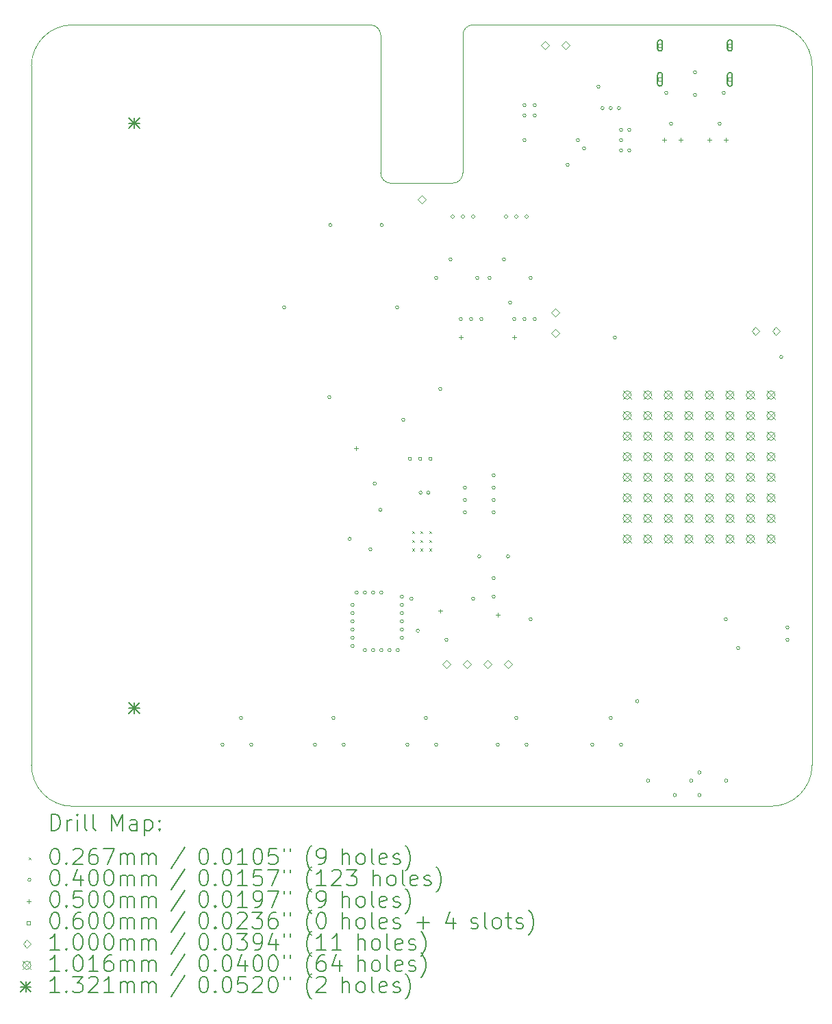
<source format=gbr>
%TF.GenerationSoftware,KiCad,Pcbnew,(7.0.0-rc2-208-g52b07b8bac)*%
%TF.CreationDate,2023-02-11T15:21:30-08:00*%
%TF.ProjectId,home-automation-sensor-lora,686f6d65-2d61-4757-946f-6d6174696f6e,rev?*%
%TF.SameCoordinates,Original*%
%TF.FileFunction,Drillmap*%
%TF.FilePolarity,Positive*%
%FSLAX45Y45*%
G04 Gerber Fmt 4.5, Leading zero omitted, Abs format (unit mm)*
G04 Created by KiCad (PCBNEW (7.0.0-rc2-208-g52b07b8bac)) date 2023-02-11 15:21:30*
%MOMM*%
%LPD*%
G01*
G04 APERTURE LIST*
%ADD10C,0.100000*%
%ADD11C,0.200000*%
%ADD12C,0.026666*%
%ADD13C,0.040000*%
%ADD14C,0.050000*%
%ADD15C,0.060000*%
%ADD16C,0.101600*%
%ADD17C,0.132080*%
G04 APERTURE END LIST*
D10*
X21898900Y-3635500D02*
G75*
G03*
X21390900Y-3127500I-508000J0D01*
G01*
X17707900Y-3127500D02*
G75*
G03*
X17580900Y-3254500I0J-127000D01*
G01*
X17453900Y-5083300D02*
X16691900Y-5083300D01*
X12754900Y-3127500D02*
G75*
G03*
X12246900Y-3635500I0J-508000D01*
G01*
X12754900Y-12779500D02*
X21390900Y-12779500D01*
X17707900Y-3127500D02*
X21390900Y-3127500D01*
X16564900Y-3254500D02*
G75*
G03*
X16437900Y-3127500I-127000J0D01*
G01*
X12246900Y-3635500D02*
X12246900Y-12271500D01*
X17580900Y-3254500D02*
X17580900Y-4956300D01*
X16437900Y-3127500D02*
X12754900Y-3127500D01*
X16564900Y-4956300D02*
G75*
G03*
X16691900Y-5083300I127000J0D01*
G01*
X21390900Y-12779500D02*
G75*
G03*
X21898900Y-12271500I0J508000D01*
G01*
X21898900Y-12271500D02*
X21898900Y-3635500D01*
X17453900Y-5083300D02*
G75*
G03*
X17580900Y-4956300I0J127000D01*
G01*
X16564900Y-4956300D02*
X16564900Y-3254500D01*
X12246900Y-12271500D02*
G75*
G03*
X12754900Y-12779500I508000J0D01*
G01*
D11*
D12*
X16952900Y-9382234D02*
X16979567Y-9408900D01*
X16979567Y-9382234D02*
X16952900Y-9408900D01*
X16952900Y-9489567D02*
X16979567Y-9516233D01*
X16979567Y-9489567D02*
X16952900Y-9516233D01*
X16952900Y-9596900D02*
X16979567Y-9623567D01*
X16979567Y-9596900D02*
X16952900Y-9623567D01*
X17059567Y-9382234D02*
X17086233Y-9408900D01*
X17086233Y-9382234D02*
X17059567Y-9408900D01*
X17059567Y-9489567D02*
X17086233Y-9516233D01*
X17086233Y-9489567D02*
X17059567Y-9516233D01*
X17059567Y-9596900D02*
X17086233Y-9623567D01*
X17086233Y-9596900D02*
X17059567Y-9623567D01*
X17166233Y-9382234D02*
X17192900Y-9408900D01*
X17192900Y-9382234D02*
X17166233Y-9408900D01*
X17166233Y-9489567D02*
X17192900Y-9516233D01*
X17192900Y-9489567D02*
X17166233Y-9516233D01*
X17166233Y-9596900D02*
X17192900Y-9623567D01*
X17192900Y-9596900D02*
X17166233Y-9623567D01*
D13*
X14629100Y-12017500D02*
G75*
G03*
X14629100Y-12017500I-20000J0D01*
G01*
X14857700Y-11687300D02*
G75*
G03*
X14857700Y-11687300I-20000J0D01*
G01*
X14984700Y-12017500D02*
G75*
G03*
X14984700Y-12017500I-20000J0D01*
G01*
X15391565Y-6616163D02*
G75*
G03*
X15391565Y-6616163I-20000J0D01*
G01*
X15772100Y-12017500D02*
G75*
G03*
X15772100Y-12017500I-20000J0D01*
G01*
X15949900Y-7724900D02*
G75*
G03*
X15949900Y-7724900I-20000J0D01*
G01*
X15963065Y-5600163D02*
G75*
G03*
X15963065Y-5600163I-20000J0D01*
G01*
X16000700Y-11687300D02*
G75*
G03*
X16000700Y-11687300I-20000J0D01*
G01*
X16127700Y-12017500D02*
G75*
G03*
X16127700Y-12017500I-20000J0D01*
G01*
X16201480Y-9477500D02*
G75*
G03*
X16201480Y-9477500I-20000J0D01*
G01*
X16236800Y-10290300D02*
G75*
G03*
X16236800Y-10290300I-20000J0D01*
G01*
X16236800Y-10391900D02*
G75*
G03*
X16236800Y-10391900I-20000J0D01*
G01*
X16236800Y-10493500D02*
G75*
G03*
X16236800Y-10493500I-20000J0D01*
G01*
X16236800Y-10595100D02*
G75*
G03*
X16236800Y-10595100I-20000J0D01*
G01*
X16236800Y-10696700D02*
G75*
G03*
X16236800Y-10696700I-20000J0D01*
G01*
X16236800Y-10798300D02*
G75*
G03*
X16236800Y-10798300I-20000J0D01*
G01*
X16287600Y-10137900D02*
G75*
G03*
X16287600Y-10137900I-20000J0D01*
G01*
X16389200Y-10137900D02*
G75*
G03*
X16389200Y-10137900I-20000J0D01*
G01*
X16389200Y-10849100D02*
G75*
G03*
X16389200Y-10849100I-20000J0D01*
G01*
X16457900Y-9604500D02*
G75*
G03*
X16457900Y-9604500I-20000J0D01*
G01*
X16490800Y-10137900D02*
G75*
G03*
X16490800Y-10137900I-20000J0D01*
G01*
X16490800Y-10849100D02*
G75*
G03*
X16490800Y-10849100I-20000J0D01*
G01*
X16511360Y-8793200D02*
G75*
G03*
X16511360Y-8793200I-20000J0D01*
G01*
X16581830Y-9118970D02*
G75*
G03*
X16581830Y-9118970I-20000J0D01*
G01*
X16592400Y-10137900D02*
G75*
G03*
X16592400Y-10137900I-20000J0D01*
G01*
X16592400Y-10849100D02*
G75*
G03*
X16592400Y-10849100I-20000J0D01*
G01*
X16598065Y-5600163D02*
G75*
G03*
X16598065Y-5600163I-20000J0D01*
G01*
X16694000Y-10849100D02*
G75*
G03*
X16694000Y-10849100I-20000J0D01*
G01*
X16788565Y-6616163D02*
G75*
G03*
X16788565Y-6616163I-20000J0D01*
G01*
X16795600Y-10849100D02*
G75*
G03*
X16795600Y-10849100I-20000J0D01*
G01*
X16846400Y-10188700D02*
G75*
G03*
X16846400Y-10188700I-20000J0D01*
G01*
X16846400Y-10290300D02*
G75*
G03*
X16846400Y-10290300I-20000J0D01*
G01*
X16846400Y-10391900D02*
G75*
G03*
X16846400Y-10391900I-20000J0D01*
G01*
X16846400Y-10493500D02*
G75*
G03*
X16846400Y-10493500I-20000J0D01*
G01*
X16846400Y-10595100D02*
G75*
G03*
X16846400Y-10595100I-20000J0D01*
G01*
X16846400Y-10696700D02*
G75*
G03*
X16846400Y-10696700I-20000J0D01*
G01*
X16864300Y-8004300D02*
G75*
G03*
X16864300Y-8004300I-20000J0D01*
G01*
X16915100Y-12017500D02*
G75*
G03*
X16915100Y-12017500I-20000J0D01*
G01*
X16945700Y-8488400D02*
G75*
G03*
X16945700Y-8488400I-20000J0D01*
G01*
X16965900Y-10215600D02*
G75*
G03*
X16965900Y-10215600I-20000J0D01*
G01*
X17044520Y-10610600D02*
G75*
G03*
X17044520Y-10610600I-20000J0D01*
G01*
X17072700Y-8488400D02*
G75*
G03*
X17072700Y-8488400I-20000J0D01*
G01*
X17077660Y-8906000D02*
G75*
G03*
X17077660Y-8906000I-20000J0D01*
G01*
X17143700Y-11687300D02*
G75*
G03*
X17143700Y-11687300I-20000J0D01*
G01*
X17174300Y-8907500D02*
G75*
G03*
X17174300Y-8907500I-20000J0D01*
G01*
X17199700Y-8488400D02*
G75*
G03*
X17199700Y-8488400I-20000J0D01*
G01*
X17270700Y-6251700D02*
G75*
G03*
X17270700Y-6251700I-20000J0D01*
G01*
X17270700Y-12017500D02*
G75*
G03*
X17270700Y-12017500I-20000J0D01*
G01*
X17321500Y-7623300D02*
G75*
G03*
X17321500Y-7623300I-20000J0D01*
G01*
X17397700Y-10722100D02*
G75*
G03*
X17397700Y-10722100I-20000J0D01*
G01*
X17448500Y-6023100D02*
G75*
G03*
X17448500Y-6023100I-20000J0D01*
G01*
X17473900Y-5495850D02*
G75*
G03*
X17473900Y-5495850I-20000J0D01*
G01*
X17575500Y-6759700D02*
G75*
G03*
X17575500Y-6759700I-20000J0D01*
G01*
X17600900Y-5495850D02*
G75*
G03*
X17600900Y-5495850I-20000J0D01*
G01*
X17626300Y-8842500D02*
G75*
G03*
X17626300Y-8842500I-20000J0D01*
G01*
X17626300Y-8994900D02*
G75*
G03*
X17626300Y-8994900I-20000J0D01*
G01*
X17626300Y-9147300D02*
G75*
G03*
X17626300Y-9147300I-20000J0D01*
G01*
X17702500Y-6759700D02*
G75*
G03*
X17702500Y-6759700I-20000J0D01*
G01*
X17727900Y-5495850D02*
G75*
G03*
X17727900Y-5495850I-20000J0D01*
G01*
X17727900Y-10214100D02*
G75*
G03*
X17727900Y-10214100I-20000J0D01*
G01*
X17778700Y-6251700D02*
G75*
G03*
X17778700Y-6251700I-20000J0D01*
G01*
X17804100Y-9693400D02*
G75*
G03*
X17804100Y-9693400I-20000J0D01*
G01*
X17829500Y-6759700D02*
G75*
G03*
X17829500Y-6759700I-20000J0D01*
G01*
X17931100Y-6251700D02*
G75*
G03*
X17931100Y-6251700I-20000J0D01*
G01*
X17981900Y-8690100D02*
G75*
G03*
X17981900Y-8690100I-20000J0D01*
G01*
X17981900Y-8842500D02*
G75*
G03*
X17981900Y-8842500I-20000J0D01*
G01*
X17981900Y-8994900D02*
G75*
G03*
X17981900Y-8994900I-20000J0D01*
G01*
X17981900Y-9147300D02*
G75*
G03*
X17981900Y-9147300I-20000J0D01*
G01*
X17981900Y-9960100D02*
G75*
G03*
X17981900Y-9960100I-20000J0D01*
G01*
X17981900Y-10188700D02*
G75*
G03*
X17981900Y-10188700I-20000J0D01*
G01*
X18032700Y-12017500D02*
G75*
G03*
X18032700Y-12017500I-20000J0D01*
G01*
X18108900Y-6023100D02*
G75*
G03*
X18108900Y-6023100I-20000J0D01*
G01*
X18134300Y-5495850D02*
G75*
G03*
X18134300Y-5495850I-20000J0D01*
G01*
X18159700Y-9693400D02*
G75*
G03*
X18159700Y-9693400I-20000J0D01*
G01*
X18185100Y-6556500D02*
G75*
G03*
X18185100Y-6556500I-20000J0D01*
G01*
X18235900Y-6759700D02*
G75*
G03*
X18235900Y-6759700I-20000J0D01*
G01*
X18261300Y-5495850D02*
G75*
G03*
X18261300Y-5495850I-20000J0D01*
G01*
X18261300Y-11687300D02*
G75*
G03*
X18261300Y-11687300I-20000J0D01*
G01*
X18362900Y-4118100D02*
G75*
G03*
X18362900Y-4118100I-20000J0D01*
G01*
X18362900Y-4245100D02*
G75*
G03*
X18362900Y-4245100I-20000J0D01*
G01*
X18362900Y-4549900D02*
G75*
G03*
X18362900Y-4549900I-20000J0D01*
G01*
X18362900Y-6759700D02*
G75*
G03*
X18362900Y-6759700I-20000J0D01*
G01*
X18388300Y-5495850D02*
G75*
G03*
X18388300Y-5495850I-20000J0D01*
G01*
X18388300Y-12017500D02*
G75*
G03*
X18388300Y-12017500I-20000J0D01*
G01*
X18439100Y-6251700D02*
G75*
G03*
X18439100Y-6251700I-20000J0D01*
G01*
X18439100Y-10468100D02*
G75*
G03*
X18439100Y-10468100I-20000J0D01*
G01*
X18489900Y-4118100D02*
G75*
G03*
X18489900Y-4118100I-20000J0D01*
G01*
X18489900Y-4245100D02*
G75*
G03*
X18489900Y-4245100I-20000J0D01*
G01*
X18489900Y-6759700D02*
G75*
G03*
X18489900Y-6759700I-20000J0D01*
G01*
X18896300Y-4854700D02*
G75*
G03*
X18896300Y-4854700I-20000J0D01*
G01*
X19023300Y-4549900D02*
G75*
G03*
X19023300Y-4549900I-20000J0D01*
G01*
X19099500Y-4651500D02*
G75*
G03*
X19099500Y-4651500I-20000J0D01*
G01*
X19201100Y-12017500D02*
G75*
G03*
X19201100Y-12017500I-20000J0D01*
G01*
X19277300Y-3889500D02*
G75*
G03*
X19277300Y-3889500I-20000J0D01*
G01*
X19328100Y-4156200D02*
G75*
G03*
X19328100Y-4156200I-20000J0D01*
G01*
X19429700Y-4156200D02*
G75*
G03*
X19429700Y-4156200I-20000J0D01*
G01*
X19429700Y-11687300D02*
G75*
G03*
X19429700Y-11687300I-20000J0D01*
G01*
X19480500Y-6988300D02*
G75*
G03*
X19480500Y-6988300I-20000J0D01*
G01*
X19531300Y-4156200D02*
G75*
G03*
X19531300Y-4156200I-20000J0D01*
G01*
X19556700Y-4422900D02*
G75*
G03*
X19556700Y-4422900I-20000J0D01*
G01*
X19556700Y-4549900D02*
G75*
G03*
X19556700Y-4549900I-20000J0D01*
G01*
X19556700Y-4676900D02*
G75*
G03*
X19556700Y-4676900I-20000J0D01*
G01*
X19556700Y-12017500D02*
G75*
G03*
X19556700Y-12017500I-20000J0D01*
G01*
X19658300Y-4422900D02*
G75*
G03*
X19658300Y-4422900I-20000J0D01*
G01*
X19658300Y-4676900D02*
G75*
G03*
X19658300Y-4676900I-20000J0D01*
G01*
X19757760Y-11481430D02*
G75*
G03*
X19757760Y-11481430I-20000J0D01*
G01*
X19890100Y-12463335D02*
G75*
G03*
X19890100Y-12463335I-20000J0D01*
G01*
X20115500Y-3965700D02*
G75*
G03*
X20115500Y-3965700I-20000J0D01*
G01*
X20174500Y-4346700D02*
G75*
G03*
X20174500Y-4346700I-20000J0D01*
G01*
X20220300Y-12641135D02*
G75*
G03*
X20220300Y-12641135I-20000J0D01*
G01*
X20423500Y-12463335D02*
G75*
G03*
X20423500Y-12463335I-20000J0D01*
G01*
X20471100Y-3711700D02*
G75*
G03*
X20471100Y-3711700I-20000J0D01*
G01*
X20471100Y-3991100D02*
G75*
G03*
X20471100Y-3991100I-20000J0D01*
G01*
X20525100Y-12361735D02*
G75*
G03*
X20525100Y-12361735I-20000J0D01*
G01*
X20525100Y-12641135D02*
G75*
G03*
X20525100Y-12641135I-20000J0D01*
G01*
X20775900Y-4346700D02*
G75*
G03*
X20775900Y-4346700I-20000J0D01*
G01*
X20826700Y-3965700D02*
G75*
G03*
X20826700Y-3965700I-20000J0D01*
G01*
X20852100Y-10468100D02*
G75*
G03*
X20852100Y-10468100I-20000J0D01*
G01*
X20855300Y-12463335D02*
G75*
G03*
X20855300Y-12463335I-20000J0D01*
G01*
X21004500Y-10823700D02*
G75*
G03*
X21004500Y-10823700I-20000J0D01*
G01*
X21537900Y-7229600D02*
G75*
G03*
X21537900Y-7229600I-20000J0D01*
G01*
X21614100Y-10569700D02*
G75*
G03*
X21614100Y-10569700I-20000J0D01*
G01*
X21614100Y-10722100D02*
G75*
G03*
X21614100Y-10722100I-20000J0D01*
G01*
D14*
X16260100Y-8334900D02*
X16260100Y-8384900D01*
X16235100Y-8359900D02*
X16285100Y-8359900D01*
X17301500Y-10343000D02*
X17301500Y-10393000D01*
X17276500Y-10368000D02*
X17326500Y-10368000D01*
X17555500Y-6963300D02*
X17555500Y-7013300D01*
X17530500Y-6988300D02*
X17580500Y-6988300D01*
X18012700Y-10392300D02*
X18012700Y-10442300D01*
X17987700Y-10417300D02*
X18037700Y-10417300D01*
X18215900Y-6963300D02*
X18215900Y-7013300D01*
X18190900Y-6988300D02*
X18240900Y-6988300D01*
X20070100Y-4524900D02*
X20070100Y-4574900D01*
X20045100Y-4549900D02*
X20095100Y-4549900D01*
X20273300Y-4524900D02*
X20273300Y-4574900D01*
X20248300Y-4549900D02*
X20298300Y-4549900D01*
X20628900Y-4524900D02*
X20628900Y-4574900D01*
X20603900Y-4549900D02*
X20653900Y-4549900D01*
X20832100Y-4524900D02*
X20832100Y-4574900D01*
X20807100Y-4549900D02*
X20857100Y-4549900D01*
D15*
X20040314Y-3402713D02*
X20040314Y-3360287D01*
X19997887Y-3360287D01*
X19997887Y-3402713D01*
X20040314Y-3402713D01*
D11*
X20049100Y-3421500D02*
X20049100Y-3341500D01*
X20049100Y-3341500D02*
G75*
G03*
X19989100Y-3341500I-30000J0D01*
G01*
X19989100Y-3341500D02*
X19989100Y-3421500D01*
X19989100Y-3421500D02*
G75*
G03*
X20049100Y-3421500I30000J0D01*
G01*
D15*
X20040314Y-3820713D02*
X20040314Y-3778287D01*
X19997887Y-3778287D01*
X19997887Y-3820713D01*
X20040314Y-3820713D01*
D11*
X20049100Y-3854500D02*
X20049100Y-3744500D01*
X20049100Y-3744500D02*
G75*
G03*
X19989100Y-3744500I-30000J0D01*
G01*
X19989100Y-3744500D02*
X19989100Y-3854500D01*
X19989100Y-3854500D02*
G75*
G03*
X20049100Y-3854500I30000J0D01*
G01*
D15*
X20904313Y-3402713D02*
X20904313Y-3360287D01*
X20861887Y-3360287D01*
X20861887Y-3402713D01*
X20904313Y-3402713D01*
D11*
X20913100Y-3421500D02*
X20913100Y-3341500D01*
X20913100Y-3341500D02*
G75*
G03*
X20853100Y-3341500I-30000J0D01*
G01*
X20853100Y-3341500D02*
X20853100Y-3421500D01*
X20853100Y-3421500D02*
G75*
G03*
X20913100Y-3421500I30000J0D01*
G01*
D15*
X20904314Y-3820713D02*
X20904314Y-3778287D01*
X20861887Y-3778287D01*
X20861887Y-3820713D01*
X20904314Y-3820713D01*
D11*
X20913100Y-3854500D02*
X20913100Y-3744500D01*
X20913100Y-3744500D02*
G75*
G03*
X20853100Y-3744500I-30000J0D01*
G01*
X20853100Y-3744500D02*
X20853100Y-3854500D01*
X20853100Y-3854500D02*
G75*
G03*
X20913100Y-3854500I30000J0D01*
G01*
D10*
X17072900Y-5336500D02*
X17122900Y-5286500D01*
X17072900Y-5236500D01*
X17022900Y-5286500D01*
X17072900Y-5336500D01*
X17377700Y-11076900D02*
X17427700Y-11026900D01*
X17377700Y-10976900D01*
X17327700Y-11026900D01*
X17377700Y-11076900D01*
X17631700Y-11076900D02*
X17681700Y-11026900D01*
X17631700Y-10976900D01*
X17581700Y-11026900D01*
X17631700Y-11076900D01*
X17885700Y-11076900D02*
X17935700Y-11026900D01*
X17885700Y-10976900D01*
X17835700Y-11026900D01*
X17885700Y-11076900D01*
X18139700Y-11076900D02*
X18189700Y-11026900D01*
X18139700Y-10976900D01*
X18089700Y-11026900D01*
X18139700Y-11076900D01*
X18596400Y-3431500D02*
X18646400Y-3381500D01*
X18596400Y-3331500D01*
X18546400Y-3381500D01*
X18596400Y-3431500D01*
X18723900Y-6734000D02*
X18773900Y-6684000D01*
X18723900Y-6634000D01*
X18673900Y-6684000D01*
X18723900Y-6734000D01*
X18723900Y-6988000D02*
X18773900Y-6938000D01*
X18723900Y-6888000D01*
X18673900Y-6938000D01*
X18723900Y-6988000D01*
X18850400Y-3431500D02*
X18900400Y-3381500D01*
X18850400Y-3331500D01*
X18800400Y-3381500D01*
X18850400Y-3431500D01*
X21200900Y-6962100D02*
X21250900Y-6912100D01*
X21200900Y-6862100D01*
X21150900Y-6912100D01*
X21200900Y-6962100D01*
X21454900Y-6962100D02*
X21504900Y-6912100D01*
X21454900Y-6862100D01*
X21404900Y-6912100D01*
X21454900Y-6962100D01*
D16*
X19562100Y-7648700D02*
X19663700Y-7750300D01*
X19663700Y-7648700D02*
X19562100Y-7750300D01*
X19663700Y-7699500D02*
G75*
G03*
X19663700Y-7699500I-50800J0D01*
G01*
X19562100Y-7902700D02*
X19663700Y-8004300D01*
X19663700Y-7902700D02*
X19562100Y-8004300D01*
X19663700Y-7953500D02*
G75*
G03*
X19663700Y-7953500I-50800J0D01*
G01*
X19562100Y-8156700D02*
X19663700Y-8258300D01*
X19663700Y-8156700D02*
X19562100Y-8258300D01*
X19663700Y-8207500D02*
G75*
G03*
X19663700Y-8207500I-50800J0D01*
G01*
X19562100Y-8410700D02*
X19663700Y-8512300D01*
X19663700Y-8410700D02*
X19562100Y-8512300D01*
X19663700Y-8461500D02*
G75*
G03*
X19663700Y-8461500I-50800J0D01*
G01*
X19562100Y-8664700D02*
X19663700Y-8766300D01*
X19663700Y-8664700D02*
X19562100Y-8766300D01*
X19663700Y-8715500D02*
G75*
G03*
X19663700Y-8715500I-50800J0D01*
G01*
X19562100Y-8918700D02*
X19663700Y-9020300D01*
X19663700Y-8918700D02*
X19562100Y-9020300D01*
X19663700Y-8969500D02*
G75*
G03*
X19663700Y-8969500I-50800J0D01*
G01*
X19562100Y-9172700D02*
X19663700Y-9274300D01*
X19663700Y-9172700D02*
X19562100Y-9274300D01*
X19663700Y-9223500D02*
G75*
G03*
X19663700Y-9223500I-50800J0D01*
G01*
X19562100Y-9426700D02*
X19663700Y-9528300D01*
X19663700Y-9426700D02*
X19562100Y-9528300D01*
X19663700Y-9477500D02*
G75*
G03*
X19663700Y-9477500I-50800J0D01*
G01*
X19816100Y-7648700D02*
X19917700Y-7750300D01*
X19917700Y-7648700D02*
X19816100Y-7750300D01*
X19917700Y-7699500D02*
G75*
G03*
X19917700Y-7699500I-50800J0D01*
G01*
X19816100Y-7902700D02*
X19917700Y-8004300D01*
X19917700Y-7902700D02*
X19816100Y-8004300D01*
X19917700Y-7953500D02*
G75*
G03*
X19917700Y-7953500I-50800J0D01*
G01*
X19816100Y-8156700D02*
X19917700Y-8258300D01*
X19917700Y-8156700D02*
X19816100Y-8258300D01*
X19917700Y-8207500D02*
G75*
G03*
X19917700Y-8207500I-50800J0D01*
G01*
X19816100Y-8410700D02*
X19917700Y-8512300D01*
X19917700Y-8410700D02*
X19816100Y-8512300D01*
X19917700Y-8461500D02*
G75*
G03*
X19917700Y-8461500I-50800J0D01*
G01*
X19816100Y-8664700D02*
X19917700Y-8766300D01*
X19917700Y-8664700D02*
X19816100Y-8766300D01*
X19917700Y-8715500D02*
G75*
G03*
X19917700Y-8715500I-50800J0D01*
G01*
X19816100Y-8918700D02*
X19917700Y-9020300D01*
X19917700Y-8918700D02*
X19816100Y-9020300D01*
X19917700Y-8969500D02*
G75*
G03*
X19917700Y-8969500I-50800J0D01*
G01*
X19816100Y-9172700D02*
X19917700Y-9274300D01*
X19917700Y-9172700D02*
X19816100Y-9274300D01*
X19917700Y-9223500D02*
G75*
G03*
X19917700Y-9223500I-50800J0D01*
G01*
X19816100Y-9426700D02*
X19917700Y-9528300D01*
X19917700Y-9426700D02*
X19816100Y-9528300D01*
X19917700Y-9477500D02*
G75*
G03*
X19917700Y-9477500I-50800J0D01*
G01*
X20070100Y-7648700D02*
X20171700Y-7750300D01*
X20171700Y-7648700D02*
X20070100Y-7750300D01*
X20171700Y-7699500D02*
G75*
G03*
X20171700Y-7699500I-50800J0D01*
G01*
X20070100Y-7902700D02*
X20171700Y-8004300D01*
X20171700Y-7902700D02*
X20070100Y-8004300D01*
X20171700Y-7953500D02*
G75*
G03*
X20171700Y-7953500I-50800J0D01*
G01*
X20070100Y-8156700D02*
X20171700Y-8258300D01*
X20171700Y-8156700D02*
X20070100Y-8258300D01*
X20171700Y-8207500D02*
G75*
G03*
X20171700Y-8207500I-50800J0D01*
G01*
X20070100Y-8410700D02*
X20171700Y-8512300D01*
X20171700Y-8410700D02*
X20070100Y-8512300D01*
X20171700Y-8461500D02*
G75*
G03*
X20171700Y-8461500I-50800J0D01*
G01*
X20070100Y-8664700D02*
X20171700Y-8766300D01*
X20171700Y-8664700D02*
X20070100Y-8766300D01*
X20171700Y-8715500D02*
G75*
G03*
X20171700Y-8715500I-50800J0D01*
G01*
X20070100Y-8918700D02*
X20171700Y-9020300D01*
X20171700Y-8918700D02*
X20070100Y-9020300D01*
X20171700Y-8969500D02*
G75*
G03*
X20171700Y-8969500I-50800J0D01*
G01*
X20070100Y-9172700D02*
X20171700Y-9274300D01*
X20171700Y-9172700D02*
X20070100Y-9274300D01*
X20171700Y-9223500D02*
G75*
G03*
X20171700Y-9223500I-50800J0D01*
G01*
X20070100Y-9426700D02*
X20171700Y-9528300D01*
X20171700Y-9426700D02*
X20070100Y-9528300D01*
X20171700Y-9477500D02*
G75*
G03*
X20171700Y-9477500I-50800J0D01*
G01*
X20324100Y-7648700D02*
X20425700Y-7750300D01*
X20425700Y-7648700D02*
X20324100Y-7750300D01*
X20425700Y-7699500D02*
G75*
G03*
X20425700Y-7699500I-50800J0D01*
G01*
X20324100Y-7902700D02*
X20425700Y-8004300D01*
X20425700Y-7902700D02*
X20324100Y-8004300D01*
X20425700Y-7953500D02*
G75*
G03*
X20425700Y-7953500I-50800J0D01*
G01*
X20324100Y-8156700D02*
X20425700Y-8258300D01*
X20425700Y-8156700D02*
X20324100Y-8258300D01*
X20425700Y-8207500D02*
G75*
G03*
X20425700Y-8207500I-50800J0D01*
G01*
X20324100Y-8410700D02*
X20425700Y-8512300D01*
X20425700Y-8410700D02*
X20324100Y-8512300D01*
X20425700Y-8461500D02*
G75*
G03*
X20425700Y-8461500I-50800J0D01*
G01*
X20324100Y-8664700D02*
X20425700Y-8766300D01*
X20425700Y-8664700D02*
X20324100Y-8766300D01*
X20425700Y-8715500D02*
G75*
G03*
X20425700Y-8715500I-50800J0D01*
G01*
X20324100Y-8918700D02*
X20425700Y-9020300D01*
X20425700Y-8918700D02*
X20324100Y-9020300D01*
X20425700Y-8969500D02*
G75*
G03*
X20425700Y-8969500I-50800J0D01*
G01*
X20324100Y-9172700D02*
X20425700Y-9274300D01*
X20425700Y-9172700D02*
X20324100Y-9274300D01*
X20425700Y-9223500D02*
G75*
G03*
X20425700Y-9223500I-50800J0D01*
G01*
X20324100Y-9426700D02*
X20425700Y-9528300D01*
X20425700Y-9426700D02*
X20324100Y-9528300D01*
X20425700Y-9477500D02*
G75*
G03*
X20425700Y-9477500I-50800J0D01*
G01*
X20578100Y-7648700D02*
X20679700Y-7750300D01*
X20679700Y-7648700D02*
X20578100Y-7750300D01*
X20679700Y-7699500D02*
G75*
G03*
X20679700Y-7699500I-50800J0D01*
G01*
X20578100Y-7902700D02*
X20679700Y-8004300D01*
X20679700Y-7902700D02*
X20578100Y-8004300D01*
X20679700Y-7953500D02*
G75*
G03*
X20679700Y-7953500I-50800J0D01*
G01*
X20578100Y-8156700D02*
X20679700Y-8258300D01*
X20679700Y-8156700D02*
X20578100Y-8258300D01*
X20679700Y-8207500D02*
G75*
G03*
X20679700Y-8207500I-50800J0D01*
G01*
X20578100Y-8410700D02*
X20679700Y-8512300D01*
X20679700Y-8410700D02*
X20578100Y-8512300D01*
X20679700Y-8461500D02*
G75*
G03*
X20679700Y-8461500I-50800J0D01*
G01*
X20578100Y-8664700D02*
X20679700Y-8766300D01*
X20679700Y-8664700D02*
X20578100Y-8766300D01*
X20679700Y-8715500D02*
G75*
G03*
X20679700Y-8715500I-50800J0D01*
G01*
X20578100Y-8918700D02*
X20679700Y-9020300D01*
X20679700Y-8918700D02*
X20578100Y-9020300D01*
X20679700Y-8969500D02*
G75*
G03*
X20679700Y-8969500I-50800J0D01*
G01*
X20578100Y-9172700D02*
X20679700Y-9274300D01*
X20679700Y-9172700D02*
X20578100Y-9274300D01*
X20679700Y-9223500D02*
G75*
G03*
X20679700Y-9223500I-50800J0D01*
G01*
X20578100Y-9426700D02*
X20679700Y-9528300D01*
X20679700Y-9426700D02*
X20578100Y-9528300D01*
X20679700Y-9477500D02*
G75*
G03*
X20679700Y-9477500I-50800J0D01*
G01*
X20832100Y-7648700D02*
X20933700Y-7750300D01*
X20933700Y-7648700D02*
X20832100Y-7750300D01*
X20933700Y-7699500D02*
G75*
G03*
X20933700Y-7699500I-50800J0D01*
G01*
X20832100Y-7902700D02*
X20933700Y-8004300D01*
X20933700Y-7902700D02*
X20832100Y-8004300D01*
X20933700Y-7953500D02*
G75*
G03*
X20933700Y-7953500I-50800J0D01*
G01*
X20832100Y-8156700D02*
X20933700Y-8258300D01*
X20933700Y-8156700D02*
X20832100Y-8258300D01*
X20933700Y-8207500D02*
G75*
G03*
X20933700Y-8207500I-50800J0D01*
G01*
X20832100Y-8410700D02*
X20933700Y-8512300D01*
X20933700Y-8410700D02*
X20832100Y-8512300D01*
X20933700Y-8461500D02*
G75*
G03*
X20933700Y-8461500I-50800J0D01*
G01*
X20832100Y-8664700D02*
X20933700Y-8766300D01*
X20933700Y-8664700D02*
X20832100Y-8766300D01*
X20933700Y-8715500D02*
G75*
G03*
X20933700Y-8715500I-50800J0D01*
G01*
X20832100Y-8918700D02*
X20933700Y-9020300D01*
X20933700Y-8918700D02*
X20832100Y-9020300D01*
X20933700Y-8969500D02*
G75*
G03*
X20933700Y-8969500I-50800J0D01*
G01*
X20832100Y-9172700D02*
X20933700Y-9274300D01*
X20933700Y-9172700D02*
X20832100Y-9274300D01*
X20933700Y-9223500D02*
G75*
G03*
X20933700Y-9223500I-50800J0D01*
G01*
X20832100Y-9426700D02*
X20933700Y-9528300D01*
X20933700Y-9426700D02*
X20832100Y-9528300D01*
X20933700Y-9477500D02*
G75*
G03*
X20933700Y-9477500I-50800J0D01*
G01*
X21086100Y-7648700D02*
X21187700Y-7750300D01*
X21187700Y-7648700D02*
X21086100Y-7750300D01*
X21187700Y-7699500D02*
G75*
G03*
X21187700Y-7699500I-50800J0D01*
G01*
X21086100Y-7902700D02*
X21187700Y-8004300D01*
X21187700Y-7902700D02*
X21086100Y-8004300D01*
X21187700Y-7953500D02*
G75*
G03*
X21187700Y-7953500I-50800J0D01*
G01*
X21086100Y-8156700D02*
X21187700Y-8258300D01*
X21187700Y-8156700D02*
X21086100Y-8258300D01*
X21187700Y-8207500D02*
G75*
G03*
X21187700Y-8207500I-50800J0D01*
G01*
X21086100Y-8410700D02*
X21187700Y-8512300D01*
X21187700Y-8410700D02*
X21086100Y-8512300D01*
X21187700Y-8461500D02*
G75*
G03*
X21187700Y-8461500I-50800J0D01*
G01*
X21086100Y-8664700D02*
X21187700Y-8766300D01*
X21187700Y-8664700D02*
X21086100Y-8766300D01*
X21187700Y-8715500D02*
G75*
G03*
X21187700Y-8715500I-50800J0D01*
G01*
X21086100Y-8918700D02*
X21187700Y-9020300D01*
X21187700Y-8918700D02*
X21086100Y-9020300D01*
X21187700Y-8969500D02*
G75*
G03*
X21187700Y-8969500I-50800J0D01*
G01*
X21086100Y-9172700D02*
X21187700Y-9274300D01*
X21187700Y-9172700D02*
X21086100Y-9274300D01*
X21187700Y-9223500D02*
G75*
G03*
X21187700Y-9223500I-50800J0D01*
G01*
X21086100Y-9426700D02*
X21187700Y-9528300D01*
X21187700Y-9426700D02*
X21086100Y-9528300D01*
X21187700Y-9477500D02*
G75*
G03*
X21187700Y-9477500I-50800J0D01*
G01*
X21340100Y-7648700D02*
X21441700Y-7750300D01*
X21441700Y-7648700D02*
X21340100Y-7750300D01*
X21441700Y-7699500D02*
G75*
G03*
X21441700Y-7699500I-50800J0D01*
G01*
X21340100Y-7902700D02*
X21441700Y-8004300D01*
X21441700Y-7902700D02*
X21340100Y-8004300D01*
X21441700Y-7953500D02*
G75*
G03*
X21441700Y-7953500I-50800J0D01*
G01*
X21340100Y-8156700D02*
X21441700Y-8258300D01*
X21441700Y-8156700D02*
X21340100Y-8258300D01*
X21441700Y-8207500D02*
G75*
G03*
X21441700Y-8207500I-50800J0D01*
G01*
X21340100Y-8410700D02*
X21441700Y-8512300D01*
X21441700Y-8410700D02*
X21340100Y-8512300D01*
X21441700Y-8461500D02*
G75*
G03*
X21441700Y-8461500I-50800J0D01*
G01*
X21340100Y-8664700D02*
X21441700Y-8766300D01*
X21441700Y-8664700D02*
X21340100Y-8766300D01*
X21441700Y-8715500D02*
G75*
G03*
X21441700Y-8715500I-50800J0D01*
G01*
X21340100Y-8918700D02*
X21441700Y-9020300D01*
X21441700Y-8918700D02*
X21340100Y-9020300D01*
X21441700Y-8969500D02*
G75*
G03*
X21441700Y-8969500I-50800J0D01*
G01*
X21340100Y-9172700D02*
X21441700Y-9274300D01*
X21441700Y-9172700D02*
X21340100Y-9274300D01*
X21441700Y-9223500D02*
G75*
G03*
X21441700Y-9223500I-50800J0D01*
G01*
X21340100Y-9426700D02*
X21441700Y-9528300D01*
X21441700Y-9426700D02*
X21340100Y-9528300D01*
X21441700Y-9477500D02*
G75*
G03*
X21441700Y-9477500I-50800J0D01*
G01*
D17*
X13450860Y-4274310D02*
X13582940Y-4406390D01*
X13582940Y-4274310D02*
X13450860Y-4406390D01*
X13516900Y-4274310D02*
X13516900Y-4406390D01*
X13450860Y-4340350D02*
X13582940Y-4340350D01*
X13450860Y-11500610D02*
X13582940Y-11632690D01*
X13582940Y-11500610D02*
X13450860Y-11632690D01*
X13516900Y-11500610D02*
X13516900Y-11632690D01*
X13450860Y-11566650D02*
X13582940Y-11566650D01*
D11*
X12489519Y-13077976D02*
X12489519Y-12877976D01*
X12489519Y-12877976D02*
X12537138Y-12877976D01*
X12537138Y-12877976D02*
X12565710Y-12887500D01*
X12565710Y-12887500D02*
X12584757Y-12906548D01*
X12584757Y-12906548D02*
X12594281Y-12925595D01*
X12594281Y-12925595D02*
X12603805Y-12963691D01*
X12603805Y-12963691D02*
X12603805Y-12992262D01*
X12603805Y-12992262D02*
X12594281Y-13030357D01*
X12594281Y-13030357D02*
X12584757Y-13049405D01*
X12584757Y-13049405D02*
X12565710Y-13068452D01*
X12565710Y-13068452D02*
X12537138Y-13077976D01*
X12537138Y-13077976D02*
X12489519Y-13077976D01*
X12689519Y-13077976D02*
X12689519Y-12944643D01*
X12689519Y-12982738D02*
X12699043Y-12963691D01*
X12699043Y-12963691D02*
X12708567Y-12954167D01*
X12708567Y-12954167D02*
X12727614Y-12944643D01*
X12727614Y-12944643D02*
X12746662Y-12944643D01*
X12813329Y-13077976D02*
X12813329Y-12944643D01*
X12813329Y-12877976D02*
X12803805Y-12887500D01*
X12803805Y-12887500D02*
X12813329Y-12897024D01*
X12813329Y-12897024D02*
X12822852Y-12887500D01*
X12822852Y-12887500D02*
X12813329Y-12877976D01*
X12813329Y-12877976D02*
X12813329Y-12897024D01*
X12937138Y-13077976D02*
X12918090Y-13068452D01*
X12918090Y-13068452D02*
X12908567Y-13049405D01*
X12908567Y-13049405D02*
X12908567Y-12877976D01*
X13041900Y-13077976D02*
X13022852Y-13068452D01*
X13022852Y-13068452D02*
X13013329Y-13049405D01*
X13013329Y-13049405D02*
X13013329Y-12877976D01*
X13238090Y-13077976D02*
X13238090Y-12877976D01*
X13238090Y-12877976D02*
X13304757Y-13020833D01*
X13304757Y-13020833D02*
X13371424Y-12877976D01*
X13371424Y-12877976D02*
X13371424Y-13077976D01*
X13552376Y-13077976D02*
X13552376Y-12973214D01*
X13552376Y-12973214D02*
X13542852Y-12954167D01*
X13542852Y-12954167D02*
X13523805Y-12944643D01*
X13523805Y-12944643D02*
X13485709Y-12944643D01*
X13485709Y-12944643D02*
X13466662Y-12954167D01*
X13552376Y-13068452D02*
X13533329Y-13077976D01*
X13533329Y-13077976D02*
X13485709Y-13077976D01*
X13485709Y-13077976D02*
X13466662Y-13068452D01*
X13466662Y-13068452D02*
X13457138Y-13049405D01*
X13457138Y-13049405D02*
X13457138Y-13030357D01*
X13457138Y-13030357D02*
X13466662Y-13011310D01*
X13466662Y-13011310D02*
X13485709Y-13001786D01*
X13485709Y-13001786D02*
X13533329Y-13001786D01*
X13533329Y-13001786D02*
X13552376Y-12992262D01*
X13647614Y-12944643D02*
X13647614Y-13144643D01*
X13647614Y-12954167D02*
X13666662Y-12944643D01*
X13666662Y-12944643D02*
X13704757Y-12944643D01*
X13704757Y-12944643D02*
X13723805Y-12954167D01*
X13723805Y-12954167D02*
X13733329Y-12963691D01*
X13733329Y-12963691D02*
X13742852Y-12982738D01*
X13742852Y-12982738D02*
X13742852Y-13039881D01*
X13742852Y-13039881D02*
X13733329Y-13058929D01*
X13733329Y-13058929D02*
X13723805Y-13068452D01*
X13723805Y-13068452D02*
X13704757Y-13077976D01*
X13704757Y-13077976D02*
X13666662Y-13077976D01*
X13666662Y-13077976D02*
X13647614Y-13068452D01*
X13828567Y-13058929D02*
X13838090Y-13068452D01*
X13838090Y-13068452D02*
X13828567Y-13077976D01*
X13828567Y-13077976D02*
X13819043Y-13068452D01*
X13819043Y-13068452D02*
X13828567Y-13058929D01*
X13828567Y-13058929D02*
X13828567Y-13077976D01*
X13828567Y-12954167D02*
X13838090Y-12963691D01*
X13838090Y-12963691D02*
X13828567Y-12973214D01*
X13828567Y-12973214D02*
X13819043Y-12963691D01*
X13819043Y-12963691D02*
X13828567Y-12954167D01*
X13828567Y-12954167D02*
X13828567Y-12973214D01*
D12*
X12215233Y-13411167D02*
X12241900Y-13437833D01*
X12241900Y-13411167D02*
X12215233Y-13437833D01*
D11*
X12527614Y-13297976D02*
X12546662Y-13297976D01*
X12546662Y-13297976D02*
X12565710Y-13307500D01*
X12565710Y-13307500D02*
X12575233Y-13317024D01*
X12575233Y-13317024D02*
X12584757Y-13336072D01*
X12584757Y-13336072D02*
X12594281Y-13374167D01*
X12594281Y-13374167D02*
X12594281Y-13421786D01*
X12594281Y-13421786D02*
X12584757Y-13459881D01*
X12584757Y-13459881D02*
X12575233Y-13478929D01*
X12575233Y-13478929D02*
X12565710Y-13488452D01*
X12565710Y-13488452D02*
X12546662Y-13497976D01*
X12546662Y-13497976D02*
X12527614Y-13497976D01*
X12527614Y-13497976D02*
X12508567Y-13488452D01*
X12508567Y-13488452D02*
X12499043Y-13478929D01*
X12499043Y-13478929D02*
X12489519Y-13459881D01*
X12489519Y-13459881D02*
X12479995Y-13421786D01*
X12479995Y-13421786D02*
X12479995Y-13374167D01*
X12479995Y-13374167D02*
X12489519Y-13336072D01*
X12489519Y-13336072D02*
X12499043Y-13317024D01*
X12499043Y-13317024D02*
X12508567Y-13307500D01*
X12508567Y-13307500D02*
X12527614Y-13297976D01*
X12679995Y-13478929D02*
X12689519Y-13488452D01*
X12689519Y-13488452D02*
X12679995Y-13497976D01*
X12679995Y-13497976D02*
X12670471Y-13488452D01*
X12670471Y-13488452D02*
X12679995Y-13478929D01*
X12679995Y-13478929D02*
X12679995Y-13497976D01*
X12765710Y-13317024D02*
X12775233Y-13307500D01*
X12775233Y-13307500D02*
X12794281Y-13297976D01*
X12794281Y-13297976D02*
X12841900Y-13297976D01*
X12841900Y-13297976D02*
X12860948Y-13307500D01*
X12860948Y-13307500D02*
X12870471Y-13317024D01*
X12870471Y-13317024D02*
X12879995Y-13336072D01*
X12879995Y-13336072D02*
X12879995Y-13355119D01*
X12879995Y-13355119D02*
X12870471Y-13383691D01*
X12870471Y-13383691D02*
X12756186Y-13497976D01*
X12756186Y-13497976D02*
X12879995Y-13497976D01*
X13051424Y-13297976D02*
X13013329Y-13297976D01*
X13013329Y-13297976D02*
X12994281Y-13307500D01*
X12994281Y-13307500D02*
X12984757Y-13317024D01*
X12984757Y-13317024D02*
X12965710Y-13345595D01*
X12965710Y-13345595D02*
X12956186Y-13383691D01*
X12956186Y-13383691D02*
X12956186Y-13459881D01*
X12956186Y-13459881D02*
X12965710Y-13478929D01*
X12965710Y-13478929D02*
X12975233Y-13488452D01*
X12975233Y-13488452D02*
X12994281Y-13497976D01*
X12994281Y-13497976D02*
X13032376Y-13497976D01*
X13032376Y-13497976D02*
X13051424Y-13488452D01*
X13051424Y-13488452D02*
X13060948Y-13478929D01*
X13060948Y-13478929D02*
X13070471Y-13459881D01*
X13070471Y-13459881D02*
X13070471Y-13412262D01*
X13070471Y-13412262D02*
X13060948Y-13393214D01*
X13060948Y-13393214D02*
X13051424Y-13383691D01*
X13051424Y-13383691D02*
X13032376Y-13374167D01*
X13032376Y-13374167D02*
X12994281Y-13374167D01*
X12994281Y-13374167D02*
X12975233Y-13383691D01*
X12975233Y-13383691D02*
X12965710Y-13393214D01*
X12965710Y-13393214D02*
X12956186Y-13412262D01*
X13137138Y-13297976D02*
X13270471Y-13297976D01*
X13270471Y-13297976D02*
X13184757Y-13497976D01*
X13346662Y-13497976D02*
X13346662Y-13364643D01*
X13346662Y-13383691D02*
X13356186Y-13374167D01*
X13356186Y-13374167D02*
X13375233Y-13364643D01*
X13375233Y-13364643D02*
X13403805Y-13364643D01*
X13403805Y-13364643D02*
X13422852Y-13374167D01*
X13422852Y-13374167D02*
X13432376Y-13393214D01*
X13432376Y-13393214D02*
X13432376Y-13497976D01*
X13432376Y-13393214D02*
X13441900Y-13374167D01*
X13441900Y-13374167D02*
X13460948Y-13364643D01*
X13460948Y-13364643D02*
X13489519Y-13364643D01*
X13489519Y-13364643D02*
X13508567Y-13374167D01*
X13508567Y-13374167D02*
X13518091Y-13393214D01*
X13518091Y-13393214D02*
X13518091Y-13497976D01*
X13613329Y-13497976D02*
X13613329Y-13364643D01*
X13613329Y-13383691D02*
X13622852Y-13374167D01*
X13622852Y-13374167D02*
X13641900Y-13364643D01*
X13641900Y-13364643D02*
X13670472Y-13364643D01*
X13670472Y-13364643D02*
X13689519Y-13374167D01*
X13689519Y-13374167D02*
X13699043Y-13393214D01*
X13699043Y-13393214D02*
X13699043Y-13497976D01*
X13699043Y-13393214D02*
X13708567Y-13374167D01*
X13708567Y-13374167D02*
X13727614Y-13364643D01*
X13727614Y-13364643D02*
X13756186Y-13364643D01*
X13756186Y-13364643D02*
X13775233Y-13374167D01*
X13775233Y-13374167D02*
X13784757Y-13393214D01*
X13784757Y-13393214D02*
X13784757Y-13497976D01*
X14142852Y-13288452D02*
X13971424Y-13545595D01*
X14367614Y-13297976D02*
X14386662Y-13297976D01*
X14386662Y-13297976D02*
X14405710Y-13307500D01*
X14405710Y-13307500D02*
X14415233Y-13317024D01*
X14415233Y-13317024D02*
X14424757Y-13336072D01*
X14424757Y-13336072D02*
X14434281Y-13374167D01*
X14434281Y-13374167D02*
X14434281Y-13421786D01*
X14434281Y-13421786D02*
X14424757Y-13459881D01*
X14424757Y-13459881D02*
X14415233Y-13478929D01*
X14415233Y-13478929D02*
X14405710Y-13488452D01*
X14405710Y-13488452D02*
X14386662Y-13497976D01*
X14386662Y-13497976D02*
X14367614Y-13497976D01*
X14367614Y-13497976D02*
X14348567Y-13488452D01*
X14348567Y-13488452D02*
X14339043Y-13478929D01*
X14339043Y-13478929D02*
X14329519Y-13459881D01*
X14329519Y-13459881D02*
X14319995Y-13421786D01*
X14319995Y-13421786D02*
X14319995Y-13374167D01*
X14319995Y-13374167D02*
X14329519Y-13336072D01*
X14329519Y-13336072D02*
X14339043Y-13317024D01*
X14339043Y-13317024D02*
X14348567Y-13307500D01*
X14348567Y-13307500D02*
X14367614Y-13297976D01*
X14519995Y-13478929D02*
X14529519Y-13488452D01*
X14529519Y-13488452D02*
X14519995Y-13497976D01*
X14519995Y-13497976D02*
X14510472Y-13488452D01*
X14510472Y-13488452D02*
X14519995Y-13478929D01*
X14519995Y-13478929D02*
X14519995Y-13497976D01*
X14653329Y-13297976D02*
X14672376Y-13297976D01*
X14672376Y-13297976D02*
X14691424Y-13307500D01*
X14691424Y-13307500D02*
X14700948Y-13317024D01*
X14700948Y-13317024D02*
X14710472Y-13336072D01*
X14710472Y-13336072D02*
X14719995Y-13374167D01*
X14719995Y-13374167D02*
X14719995Y-13421786D01*
X14719995Y-13421786D02*
X14710472Y-13459881D01*
X14710472Y-13459881D02*
X14700948Y-13478929D01*
X14700948Y-13478929D02*
X14691424Y-13488452D01*
X14691424Y-13488452D02*
X14672376Y-13497976D01*
X14672376Y-13497976D02*
X14653329Y-13497976D01*
X14653329Y-13497976D02*
X14634281Y-13488452D01*
X14634281Y-13488452D02*
X14624757Y-13478929D01*
X14624757Y-13478929D02*
X14615233Y-13459881D01*
X14615233Y-13459881D02*
X14605710Y-13421786D01*
X14605710Y-13421786D02*
X14605710Y-13374167D01*
X14605710Y-13374167D02*
X14615233Y-13336072D01*
X14615233Y-13336072D02*
X14624757Y-13317024D01*
X14624757Y-13317024D02*
X14634281Y-13307500D01*
X14634281Y-13307500D02*
X14653329Y-13297976D01*
X14910472Y-13497976D02*
X14796186Y-13497976D01*
X14853329Y-13497976D02*
X14853329Y-13297976D01*
X14853329Y-13297976D02*
X14834281Y-13326548D01*
X14834281Y-13326548D02*
X14815233Y-13345595D01*
X14815233Y-13345595D02*
X14796186Y-13355119D01*
X15034281Y-13297976D02*
X15053329Y-13297976D01*
X15053329Y-13297976D02*
X15072376Y-13307500D01*
X15072376Y-13307500D02*
X15081900Y-13317024D01*
X15081900Y-13317024D02*
X15091424Y-13336072D01*
X15091424Y-13336072D02*
X15100948Y-13374167D01*
X15100948Y-13374167D02*
X15100948Y-13421786D01*
X15100948Y-13421786D02*
X15091424Y-13459881D01*
X15091424Y-13459881D02*
X15081900Y-13478929D01*
X15081900Y-13478929D02*
X15072376Y-13488452D01*
X15072376Y-13488452D02*
X15053329Y-13497976D01*
X15053329Y-13497976D02*
X15034281Y-13497976D01*
X15034281Y-13497976D02*
X15015233Y-13488452D01*
X15015233Y-13488452D02*
X15005710Y-13478929D01*
X15005710Y-13478929D02*
X14996186Y-13459881D01*
X14996186Y-13459881D02*
X14986662Y-13421786D01*
X14986662Y-13421786D02*
X14986662Y-13374167D01*
X14986662Y-13374167D02*
X14996186Y-13336072D01*
X14996186Y-13336072D02*
X15005710Y-13317024D01*
X15005710Y-13317024D02*
X15015233Y-13307500D01*
X15015233Y-13307500D02*
X15034281Y-13297976D01*
X15281900Y-13297976D02*
X15186662Y-13297976D01*
X15186662Y-13297976D02*
X15177138Y-13393214D01*
X15177138Y-13393214D02*
X15186662Y-13383691D01*
X15186662Y-13383691D02*
X15205710Y-13374167D01*
X15205710Y-13374167D02*
X15253329Y-13374167D01*
X15253329Y-13374167D02*
X15272376Y-13383691D01*
X15272376Y-13383691D02*
X15281900Y-13393214D01*
X15281900Y-13393214D02*
X15291424Y-13412262D01*
X15291424Y-13412262D02*
X15291424Y-13459881D01*
X15291424Y-13459881D02*
X15281900Y-13478929D01*
X15281900Y-13478929D02*
X15272376Y-13488452D01*
X15272376Y-13488452D02*
X15253329Y-13497976D01*
X15253329Y-13497976D02*
X15205710Y-13497976D01*
X15205710Y-13497976D02*
X15186662Y-13488452D01*
X15186662Y-13488452D02*
X15177138Y-13478929D01*
X15367614Y-13297976D02*
X15367614Y-13336072D01*
X15443805Y-13297976D02*
X15443805Y-13336072D01*
X15706662Y-13574167D02*
X15697138Y-13564643D01*
X15697138Y-13564643D02*
X15678091Y-13536072D01*
X15678091Y-13536072D02*
X15668567Y-13517024D01*
X15668567Y-13517024D02*
X15659043Y-13488452D01*
X15659043Y-13488452D02*
X15649519Y-13440833D01*
X15649519Y-13440833D02*
X15649519Y-13402738D01*
X15649519Y-13402738D02*
X15659043Y-13355119D01*
X15659043Y-13355119D02*
X15668567Y-13326548D01*
X15668567Y-13326548D02*
X15678091Y-13307500D01*
X15678091Y-13307500D02*
X15697138Y-13278929D01*
X15697138Y-13278929D02*
X15706662Y-13269405D01*
X15792376Y-13497976D02*
X15830472Y-13497976D01*
X15830472Y-13497976D02*
X15849519Y-13488452D01*
X15849519Y-13488452D02*
X15859043Y-13478929D01*
X15859043Y-13478929D02*
X15878091Y-13450357D01*
X15878091Y-13450357D02*
X15887614Y-13412262D01*
X15887614Y-13412262D02*
X15887614Y-13336072D01*
X15887614Y-13336072D02*
X15878091Y-13317024D01*
X15878091Y-13317024D02*
X15868567Y-13307500D01*
X15868567Y-13307500D02*
X15849519Y-13297976D01*
X15849519Y-13297976D02*
X15811424Y-13297976D01*
X15811424Y-13297976D02*
X15792376Y-13307500D01*
X15792376Y-13307500D02*
X15782853Y-13317024D01*
X15782853Y-13317024D02*
X15773329Y-13336072D01*
X15773329Y-13336072D02*
X15773329Y-13383691D01*
X15773329Y-13383691D02*
X15782853Y-13402738D01*
X15782853Y-13402738D02*
X15792376Y-13412262D01*
X15792376Y-13412262D02*
X15811424Y-13421786D01*
X15811424Y-13421786D02*
X15849519Y-13421786D01*
X15849519Y-13421786D02*
X15868567Y-13412262D01*
X15868567Y-13412262D02*
X15878091Y-13402738D01*
X15878091Y-13402738D02*
X15887614Y-13383691D01*
X16093329Y-13497976D02*
X16093329Y-13297976D01*
X16179043Y-13497976D02*
X16179043Y-13393214D01*
X16179043Y-13393214D02*
X16169519Y-13374167D01*
X16169519Y-13374167D02*
X16150472Y-13364643D01*
X16150472Y-13364643D02*
X16121900Y-13364643D01*
X16121900Y-13364643D02*
X16102853Y-13374167D01*
X16102853Y-13374167D02*
X16093329Y-13383691D01*
X16302853Y-13497976D02*
X16283805Y-13488452D01*
X16283805Y-13488452D02*
X16274281Y-13478929D01*
X16274281Y-13478929D02*
X16264757Y-13459881D01*
X16264757Y-13459881D02*
X16264757Y-13402738D01*
X16264757Y-13402738D02*
X16274281Y-13383691D01*
X16274281Y-13383691D02*
X16283805Y-13374167D01*
X16283805Y-13374167D02*
X16302853Y-13364643D01*
X16302853Y-13364643D02*
X16331424Y-13364643D01*
X16331424Y-13364643D02*
X16350472Y-13374167D01*
X16350472Y-13374167D02*
X16359995Y-13383691D01*
X16359995Y-13383691D02*
X16369519Y-13402738D01*
X16369519Y-13402738D02*
X16369519Y-13459881D01*
X16369519Y-13459881D02*
X16359995Y-13478929D01*
X16359995Y-13478929D02*
X16350472Y-13488452D01*
X16350472Y-13488452D02*
X16331424Y-13497976D01*
X16331424Y-13497976D02*
X16302853Y-13497976D01*
X16483805Y-13497976D02*
X16464757Y-13488452D01*
X16464757Y-13488452D02*
X16455234Y-13469405D01*
X16455234Y-13469405D02*
X16455234Y-13297976D01*
X16636186Y-13488452D02*
X16617138Y-13497976D01*
X16617138Y-13497976D02*
X16579043Y-13497976D01*
X16579043Y-13497976D02*
X16559995Y-13488452D01*
X16559995Y-13488452D02*
X16550472Y-13469405D01*
X16550472Y-13469405D02*
X16550472Y-13393214D01*
X16550472Y-13393214D02*
X16559995Y-13374167D01*
X16559995Y-13374167D02*
X16579043Y-13364643D01*
X16579043Y-13364643D02*
X16617138Y-13364643D01*
X16617138Y-13364643D02*
X16636186Y-13374167D01*
X16636186Y-13374167D02*
X16645710Y-13393214D01*
X16645710Y-13393214D02*
X16645710Y-13412262D01*
X16645710Y-13412262D02*
X16550472Y-13431310D01*
X16721900Y-13488452D02*
X16740948Y-13497976D01*
X16740948Y-13497976D02*
X16779043Y-13497976D01*
X16779043Y-13497976D02*
X16798091Y-13488452D01*
X16798091Y-13488452D02*
X16807615Y-13469405D01*
X16807615Y-13469405D02*
X16807615Y-13459881D01*
X16807615Y-13459881D02*
X16798091Y-13440833D01*
X16798091Y-13440833D02*
X16779043Y-13431310D01*
X16779043Y-13431310D02*
X16750472Y-13431310D01*
X16750472Y-13431310D02*
X16731424Y-13421786D01*
X16731424Y-13421786D02*
X16721900Y-13402738D01*
X16721900Y-13402738D02*
X16721900Y-13393214D01*
X16721900Y-13393214D02*
X16731424Y-13374167D01*
X16731424Y-13374167D02*
X16750472Y-13364643D01*
X16750472Y-13364643D02*
X16779043Y-13364643D01*
X16779043Y-13364643D02*
X16798091Y-13374167D01*
X16874281Y-13574167D02*
X16883805Y-13564643D01*
X16883805Y-13564643D02*
X16902853Y-13536072D01*
X16902853Y-13536072D02*
X16912377Y-13517024D01*
X16912377Y-13517024D02*
X16921900Y-13488452D01*
X16921900Y-13488452D02*
X16931424Y-13440833D01*
X16931424Y-13440833D02*
X16931424Y-13402738D01*
X16931424Y-13402738D02*
X16921900Y-13355119D01*
X16921900Y-13355119D02*
X16912377Y-13326548D01*
X16912377Y-13326548D02*
X16902853Y-13307500D01*
X16902853Y-13307500D02*
X16883805Y-13278929D01*
X16883805Y-13278929D02*
X16874281Y-13269405D01*
D13*
X12241900Y-13688500D02*
G75*
G03*
X12241900Y-13688500I-20000J0D01*
G01*
D11*
X12527614Y-13561976D02*
X12546662Y-13561976D01*
X12546662Y-13561976D02*
X12565710Y-13571500D01*
X12565710Y-13571500D02*
X12575233Y-13581024D01*
X12575233Y-13581024D02*
X12584757Y-13600072D01*
X12584757Y-13600072D02*
X12594281Y-13638167D01*
X12594281Y-13638167D02*
X12594281Y-13685786D01*
X12594281Y-13685786D02*
X12584757Y-13723881D01*
X12584757Y-13723881D02*
X12575233Y-13742929D01*
X12575233Y-13742929D02*
X12565710Y-13752452D01*
X12565710Y-13752452D02*
X12546662Y-13761976D01*
X12546662Y-13761976D02*
X12527614Y-13761976D01*
X12527614Y-13761976D02*
X12508567Y-13752452D01*
X12508567Y-13752452D02*
X12499043Y-13742929D01*
X12499043Y-13742929D02*
X12489519Y-13723881D01*
X12489519Y-13723881D02*
X12479995Y-13685786D01*
X12479995Y-13685786D02*
X12479995Y-13638167D01*
X12479995Y-13638167D02*
X12489519Y-13600072D01*
X12489519Y-13600072D02*
X12499043Y-13581024D01*
X12499043Y-13581024D02*
X12508567Y-13571500D01*
X12508567Y-13571500D02*
X12527614Y-13561976D01*
X12679995Y-13742929D02*
X12689519Y-13752452D01*
X12689519Y-13752452D02*
X12679995Y-13761976D01*
X12679995Y-13761976D02*
X12670471Y-13752452D01*
X12670471Y-13752452D02*
X12679995Y-13742929D01*
X12679995Y-13742929D02*
X12679995Y-13761976D01*
X12860948Y-13628643D02*
X12860948Y-13761976D01*
X12813329Y-13552452D02*
X12765710Y-13695310D01*
X12765710Y-13695310D02*
X12889519Y-13695310D01*
X13003805Y-13561976D02*
X13022852Y-13561976D01*
X13022852Y-13561976D02*
X13041900Y-13571500D01*
X13041900Y-13571500D02*
X13051424Y-13581024D01*
X13051424Y-13581024D02*
X13060948Y-13600072D01*
X13060948Y-13600072D02*
X13070471Y-13638167D01*
X13070471Y-13638167D02*
X13070471Y-13685786D01*
X13070471Y-13685786D02*
X13060948Y-13723881D01*
X13060948Y-13723881D02*
X13051424Y-13742929D01*
X13051424Y-13742929D02*
X13041900Y-13752452D01*
X13041900Y-13752452D02*
X13022852Y-13761976D01*
X13022852Y-13761976D02*
X13003805Y-13761976D01*
X13003805Y-13761976D02*
X12984757Y-13752452D01*
X12984757Y-13752452D02*
X12975233Y-13742929D01*
X12975233Y-13742929D02*
X12965710Y-13723881D01*
X12965710Y-13723881D02*
X12956186Y-13685786D01*
X12956186Y-13685786D02*
X12956186Y-13638167D01*
X12956186Y-13638167D02*
X12965710Y-13600072D01*
X12965710Y-13600072D02*
X12975233Y-13581024D01*
X12975233Y-13581024D02*
X12984757Y-13571500D01*
X12984757Y-13571500D02*
X13003805Y-13561976D01*
X13194281Y-13561976D02*
X13213329Y-13561976D01*
X13213329Y-13561976D02*
X13232376Y-13571500D01*
X13232376Y-13571500D02*
X13241900Y-13581024D01*
X13241900Y-13581024D02*
X13251424Y-13600072D01*
X13251424Y-13600072D02*
X13260948Y-13638167D01*
X13260948Y-13638167D02*
X13260948Y-13685786D01*
X13260948Y-13685786D02*
X13251424Y-13723881D01*
X13251424Y-13723881D02*
X13241900Y-13742929D01*
X13241900Y-13742929D02*
X13232376Y-13752452D01*
X13232376Y-13752452D02*
X13213329Y-13761976D01*
X13213329Y-13761976D02*
X13194281Y-13761976D01*
X13194281Y-13761976D02*
X13175233Y-13752452D01*
X13175233Y-13752452D02*
X13165710Y-13742929D01*
X13165710Y-13742929D02*
X13156186Y-13723881D01*
X13156186Y-13723881D02*
X13146662Y-13685786D01*
X13146662Y-13685786D02*
X13146662Y-13638167D01*
X13146662Y-13638167D02*
X13156186Y-13600072D01*
X13156186Y-13600072D02*
X13165710Y-13581024D01*
X13165710Y-13581024D02*
X13175233Y-13571500D01*
X13175233Y-13571500D02*
X13194281Y-13561976D01*
X13346662Y-13761976D02*
X13346662Y-13628643D01*
X13346662Y-13647691D02*
X13356186Y-13638167D01*
X13356186Y-13638167D02*
X13375233Y-13628643D01*
X13375233Y-13628643D02*
X13403805Y-13628643D01*
X13403805Y-13628643D02*
X13422852Y-13638167D01*
X13422852Y-13638167D02*
X13432376Y-13657214D01*
X13432376Y-13657214D02*
X13432376Y-13761976D01*
X13432376Y-13657214D02*
X13441900Y-13638167D01*
X13441900Y-13638167D02*
X13460948Y-13628643D01*
X13460948Y-13628643D02*
X13489519Y-13628643D01*
X13489519Y-13628643D02*
X13508567Y-13638167D01*
X13508567Y-13638167D02*
X13518091Y-13657214D01*
X13518091Y-13657214D02*
X13518091Y-13761976D01*
X13613329Y-13761976D02*
X13613329Y-13628643D01*
X13613329Y-13647691D02*
X13622852Y-13638167D01*
X13622852Y-13638167D02*
X13641900Y-13628643D01*
X13641900Y-13628643D02*
X13670472Y-13628643D01*
X13670472Y-13628643D02*
X13689519Y-13638167D01*
X13689519Y-13638167D02*
X13699043Y-13657214D01*
X13699043Y-13657214D02*
X13699043Y-13761976D01*
X13699043Y-13657214D02*
X13708567Y-13638167D01*
X13708567Y-13638167D02*
X13727614Y-13628643D01*
X13727614Y-13628643D02*
X13756186Y-13628643D01*
X13756186Y-13628643D02*
X13775233Y-13638167D01*
X13775233Y-13638167D02*
X13784757Y-13657214D01*
X13784757Y-13657214D02*
X13784757Y-13761976D01*
X14142852Y-13552452D02*
X13971424Y-13809595D01*
X14367614Y-13561976D02*
X14386662Y-13561976D01*
X14386662Y-13561976D02*
X14405710Y-13571500D01*
X14405710Y-13571500D02*
X14415233Y-13581024D01*
X14415233Y-13581024D02*
X14424757Y-13600072D01*
X14424757Y-13600072D02*
X14434281Y-13638167D01*
X14434281Y-13638167D02*
X14434281Y-13685786D01*
X14434281Y-13685786D02*
X14424757Y-13723881D01*
X14424757Y-13723881D02*
X14415233Y-13742929D01*
X14415233Y-13742929D02*
X14405710Y-13752452D01*
X14405710Y-13752452D02*
X14386662Y-13761976D01*
X14386662Y-13761976D02*
X14367614Y-13761976D01*
X14367614Y-13761976D02*
X14348567Y-13752452D01*
X14348567Y-13752452D02*
X14339043Y-13742929D01*
X14339043Y-13742929D02*
X14329519Y-13723881D01*
X14329519Y-13723881D02*
X14319995Y-13685786D01*
X14319995Y-13685786D02*
X14319995Y-13638167D01*
X14319995Y-13638167D02*
X14329519Y-13600072D01*
X14329519Y-13600072D02*
X14339043Y-13581024D01*
X14339043Y-13581024D02*
X14348567Y-13571500D01*
X14348567Y-13571500D02*
X14367614Y-13561976D01*
X14519995Y-13742929D02*
X14529519Y-13752452D01*
X14529519Y-13752452D02*
X14519995Y-13761976D01*
X14519995Y-13761976D02*
X14510472Y-13752452D01*
X14510472Y-13752452D02*
X14519995Y-13742929D01*
X14519995Y-13742929D02*
X14519995Y-13761976D01*
X14653329Y-13561976D02*
X14672376Y-13561976D01*
X14672376Y-13561976D02*
X14691424Y-13571500D01*
X14691424Y-13571500D02*
X14700948Y-13581024D01*
X14700948Y-13581024D02*
X14710472Y-13600072D01*
X14710472Y-13600072D02*
X14719995Y-13638167D01*
X14719995Y-13638167D02*
X14719995Y-13685786D01*
X14719995Y-13685786D02*
X14710472Y-13723881D01*
X14710472Y-13723881D02*
X14700948Y-13742929D01*
X14700948Y-13742929D02*
X14691424Y-13752452D01*
X14691424Y-13752452D02*
X14672376Y-13761976D01*
X14672376Y-13761976D02*
X14653329Y-13761976D01*
X14653329Y-13761976D02*
X14634281Y-13752452D01*
X14634281Y-13752452D02*
X14624757Y-13742929D01*
X14624757Y-13742929D02*
X14615233Y-13723881D01*
X14615233Y-13723881D02*
X14605710Y-13685786D01*
X14605710Y-13685786D02*
X14605710Y-13638167D01*
X14605710Y-13638167D02*
X14615233Y-13600072D01*
X14615233Y-13600072D02*
X14624757Y-13581024D01*
X14624757Y-13581024D02*
X14634281Y-13571500D01*
X14634281Y-13571500D02*
X14653329Y-13561976D01*
X14910472Y-13761976D02*
X14796186Y-13761976D01*
X14853329Y-13761976D02*
X14853329Y-13561976D01*
X14853329Y-13561976D02*
X14834281Y-13590548D01*
X14834281Y-13590548D02*
X14815233Y-13609595D01*
X14815233Y-13609595D02*
X14796186Y-13619119D01*
X15091424Y-13561976D02*
X14996186Y-13561976D01*
X14996186Y-13561976D02*
X14986662Y-13657214D01*
X14986662Y-13657214D02*
X14996186Y-13647691D01*
X14996186Y-13647691D02*
X15015233Y-13638167D01*
X15015233Y-13638167D02*
X15062853Y-13638167D01*
X15062853Y-13638167D02*
X15081900Y-13647691D01*
X15081900Y-13647691D02*
X15091424Y-13657214D01*
X15091424Y-13657214D02*
X15100948Y-13676262D01*
X15100948Y-13676262D02*
X15100948Y-13723881D01*
X15100948Y-13723881D02*
X15091424Y-13742929D01*
X15091424Y-13742929D02*
X15081900Y-13752452D01*
X15081900Y-13752452D02*
X15062853Y-13761976D01*
X15062853Y-13761976D02*
X15015233Y-13761976D01*
X15015233Y-13761976D02*
X14996186Y-13752452D01*
X14996186Y-13752452D02*
X14986662Y-13742929D01*
X15167614Y-13561976D02*
X15300948Y-13561976D01*
X15300948Y-13561976D02*
X15215233Y-13761976D01*
X15367614Y-13561976D02*
X15367614Y-13600072D01*
X15443805Y-13561976D02*
X15443805Y-13600072D01*
X15706662Y-13838167D02*
X15697138Y-13828643D01*
X15697138Y-13828643D02*
X15678091Y-13800072D01*
X15678091Y-13800072D02*
X15668567Y-13781024D01*
X15668567Y-13781024D02*
X15659043Y-13752452D01*
X15659043Y-13752452D02*
X15649519Y-13704833D01*
X15649519Y-13704833D02*
X15649519Y-13666738D01*
X15649519Y-13666738D02*
X15659043Y-13619119D01*
X15659043Y-13619119D02*
X15668567Y-13590548D01*
X15668567Y-13590548D02*
X15678091Y-13571500D01*
X15678091Y-13571500D02*
X15697138Y-13542929D01*
X15697138Y-13542929D02*
X15706662Y-13533405D01*
X15887614Y-13761976D02*
X15773329Y-13761976D01*
X15830472Y-13761976D02*
X15830472Y-13561976D01*
X15830472Y-13561976D02*
X15811424Y-13590548D01*
X15811424Y-13590548D02*
X15792376Y-13609595D01*
X15792376Y-13609595D02*
X15773329Y-13619119D01*
X15963805Y-13581024D02*
X15973329Y-13571500D01*
X15973329Y-13571500D02*
X15992376Y-13561976D01*
X15992376Y-13561976D02*
X16039995Y-13561976D01*
X16039995Y-13561976D02*
X16059043Y-13571500D01*
X16059043Y-13571500D02*
X16068567Y-13581024D01*
X16068567Y-13581024D02*
X16078091Y-13600072D01*
X16078091Y-13600072D02*
X16078091Y-13619119D01*
X16078091Y-13619119D02*
X16068567Y-13647691D01*
X16068567Y-13647691D02*
X15954281Y-13761976D01*
X15954281Y-13761976D02*
X16078091Y-13761976D01*
X16144757Y-13561976D02*
X16268567Y-13561976D01*
X16268567Y-13561976D02*
X16201900Y-13638167D01*
X16201900Y-13638167D02*
X16230472Y-13638167D01*
X16230472Y-13638167D02*
X16249519Y-13647691D01*
X16249519Y-13647691D02*
X16259043Y-13657214D01*
X16259043Y-13657214D02*
X16268567Y-13676262D01*
X16268567Y-13676262D02*
X16268567Y-13723881D01*
X16268567Y-13723881D02*
X16259043Y-13742929D01*
X16259043Y-13742929D02*
X16249519Y-13752452D01*
X16249519Y-13752452D02*
X16230472Y-13761976D01*
X16230472Y-13761976D02*
X16173329Y-13761976D01*
X16173329Y-13761976D02*
X16154281Y-13752452D01*
X16154281Y-13752452D02*
X16144757Y-13742929D01*
X16474281Y-13761976D02*
X16474281Y-13561976D01*
X16559995Y-13761976D02*
X16559995Y-13657214D01*
X16559995Y-13657214D02*
X16550472Y-13638167D01*
X16550472Y-13638167D02*
X16531424Y-13628643D01*
X16531424Y-13628643D02*
X16502853Y-13628643D01*
X16502853Y-13628643D02*
X16483805Y-13638167D01*
X16483805Y-13638167D02*
X16474281Y-13647691D01*
X16683805Y-13761976D02*
X16664757Y-13752452D01*
X16664757Y-13752452D02*
X16655234Y-13742929D01*
X16655234Y-13742929D02*
X16645710Y-13723881D01*
X16645710Y-13723881D02*
X16645710Y-13666738D01*
X16645710Y-13666738D02*
X16655234Y-13647691D01*
X16655234Y-13647691D02*
X16664757Y-13638167D01*
X16664757Y-13638167D02*
X16683805Y-13628643D01*
X16683805Y-13628643D02*
X16712376Y-13628643D01*
X16712376Y-13628643D02*
X16731424Y-13638167D01*
X16731424Y-13638167D02*
X16740948Y-13647691D01*
X16740948Y-13647691D02*
X16750472Y-13666738D01*
X16750472Y-13666738D02*
X16750472Y-13723881D01*
X16750472Y-13723881D02*
X16740948Y-13742929D01*
X16740948Y-13742929D02*
X16731424Y-13752452D01*
X16731424Y-13752452D02*
X16712376Y-13761976D01*
X16712376Y-13761976D02*
X16683805Y-13761976D01*
X16864757Y-13761976D02*
X16845710Y-13752452D01*
X16845710Y-13752452D02*
X16836186Y-13733405D01*
X16836186Y-13733405D02*
X16836186Y-13561976D01*
X17017138Y-13752452D02*
X16998091Y-13761976D01*
X16998091Y-13761976D02*
X16959996Y-13761976D01*
X16959996Y-13761976D02*
X16940948Y-13752452D01*
X16940948Y-13752452D02*
X16931424Y-13733405D01*
X16931424Y-13733405D02*
X16931424Y-13657214D01*
X16931424Y-13657214D02*
X16940948Y-13638167D01*
X16940948Y-13638167D02*
X16959996Y-13628643D01*
X16959996Y-13628643D02*
X16998091Y-13628643D01*
X16998091Y-13628643D02*
X17017138Y-13638167D01*
X17017138Y-13638167D02*
X17026662Y-13657214D01*
X17026662Y-13657214D02*
X17026662Y-13676262D01*
X17026662Y-13676262D02*
X16931424Y-13695310D01*
X17102853Y-13752452D02*
X17121900Y-13761976D01*
X17121900Y-13761976D02*
X17159996Y-13761976D01*
X17159996Y-13761976D02*
X17179043Y-13752452D01*
X17179043Y-13752452D02*
X17188567Y-13733405D01*
X17188567Y-13733405D02*
X17188567Y-13723881D01*
X17188567Y-13723881D02*
X17179043Y-13704833D01*
X17179043Y-13704833D02*
X17159996Y-13695310D01*
X17159996Y-13695310D02*
X17131424Y-13695310D01*
X17131424Y-13695310D02*
X17112377Y-13685786D01*
X17112377Y-13685786D02*
X17102853Y-13666738D01*
X17102853Y-13666738D02*
X17102853Y-13657214D01*
X17102853Y-13657214D02*
X17112377Y-13638167D01*
X17112377Y-13638167D02*
X17131424Y-13628643D01*
X17131424Y-13628643D02*
X17159996Y-13628643D01*
X17159996Y-13628643D02*
X17179043Y-13638167D01*
X17255234Y-13838167D02*
X17264758Y-13828643D01*
X17264758Y-13828643D02*
X17283805Y-13800072D01*
X17283805Y-13800072D02*
X17293329Y-13781024D01*
X17293329Y-13781024D02*
X17302853Y-13752452D01*
X17302853Y-13752452D02*
X17312377Y-13704833D01*
X17312377Y-13704833D02*
X17312377Y-13666738D01*
X17312377Y-13666738D02*
X17302853Y-13619119D01*
X17302853Y-13619119D02*
X17293329Y-13590548D01*
X17293329Y-13590548D02*
X17283805Y-13571500D01*
X17283805Y-13571500D02*
X17264758Y-13542929D01*
X17264758Y-13542929D02*
X17255234Y-13533405D01*
D14*
X12216900Y-13927500D02*
X12216900Y-13977500D01*
X12191900Y-13952500D02*
X12241900Y-13952500D01*
D11*
X12527614Y-13825976D02*
X12546662Y-13825976D01*
X12546662Y-13825976D02*
X12565710Y-13835500D01*
X12565710Y-13835500D02*
X12575233Y-13845024D01*
X12575233Y-13845024D02*
X12584757Y-13864072D01*
X12584757Y-13864072D02*
X12594281Y-13902167D01*
X12594281Y-13902167D02*
X12594281Y-13949786D01*
X12594281Y-13949786D02*
X12584757Y-13987881D01*
X12584757Y-13987881D02*
X12575233Y-14006929D01*
X12575233Y-14006929D02*
X12565710Y-14016452D01*
X12565710Y-14016452D02*
X12546662Y-14025976D01*
X12546662Y-14025976D02*
X12527614Y-14025976D01*
X12527614Y-14025976D02*
X12508567Y-14016452D01*
X12508567Y-14016452D02*
X12499043Y-14006929D01*
X12499043Y-14006929D02*
X12489519Y-13987881D01*
X12489519Y-13987881D02*
X12479995Y-13949786D01*
X12479995Y-13949786D02*
X12479995Y-13902167D01*
X12479995Y-13902167D02*
X12489519Y-13864072D01*
X12489519Y-13864072D02*
X12499043Y-13845024D01*
X12499043Y-13845024D02*
X12508567Y-13835500D01*
X12508567Y-13835500D02*
X12527614Y-13825976D01*
X12679995Y-14006929D02*
X12689519Y-14016452D01*
X12689519Y-14016452D02*
X12679995Y-14025976D01*
X12679995Y-14025976D02*
X12670471Y-14016452D01*
X12670471Y-14016452D02*
X12679995Y-14006929D01*
X12679995Y-14006929D02*
X12679995Y-14025976D01*
X12870471Y-13825976D02*
X12775233Y-13825976D01*
X12775233Y-13825976D02*
X12765710Y-13921214D01*
X12765710Y-13921214D02*
X12775233Y-13911691D01*
X12775233Y-13911691D02*
X12794281Y-13902167D01*
X12794281Y-13902167D02*
X12841900Y-13902167D01*
X12841900Y-13902167D02*
X12860948Y-13911691D01*
X12860948Y-13911691D02*
X12870471Y-13921214D01*
X12870471Y-13921214D02*
X12879995Y-13940262D01*
X12879995Y-13940262D02*
X12879995Y-13987881D01*
X12879995Y-13987881D02*
X12870471Y-14006929D01*
X12870471Y-14006929D02*
X12860948Y-14016452D01*
X12860948Y-14016452D02*
X12841900Y-14025976D01*
X12841900Y-14025976D02*
X12794281Y-14025976D01*
X12794281Y-14025976D02*
X12775233Y-14016452D01*
X12775233Y-14016452D02*
X12765710Y-14006929D01*
X13003805Y-13825976D02*
X13022852Y-13825976D01*
X13022852Y-13825976D02*
X13041900Y-13835500D01*
X13041900Y-13835500D02*
X13051424Y-13845024D01*
X13051424Y-13845024D02*
X13060948Y-13864072D01*
X13060948Y-13864072D02*
X13070471Y-13902167D01*
X13070471Y-13902167D02*
X13070471Y-13949786D01*
X13070471Y-13949786D02*
X13060948Y-13987881D01*
X13060948Y-13987881D02*
X13051424Y-14006929D01*
X13051424Y-14006929D02*
X13041900Y-14016452D01*
X13041900Y-14016452D02*
X13022852Y-14025976D01*
X13022852Y-14025976D02*
X13003805Y-14025976D01*
X13003805Y-14025976D02*
X12984757Y-14016452D01*
X12984757Y-14016452D02*
X12975233Y-14006929D01*
X12975233Y-14006929D02*
X12965710Y-13987881D01*
X12965710Y-13987881D02*
X12956186Y-13949786D01*
X12956186Y-13949786D02*
X12956186Y-13902167D01*
X12956186Y-13902167D02*
X12965710Y-13864072D01*
X12965710Y-13864072D02*
X12975233Y-13845024D01*
X12975233Y-13845024D02*
X12984757Y-13835500D01*
X12984757Y-13835500D02*
X13003805Y-13825976D01*
X13194281Y-13825976D02*
X13213329Y-13825976D01*
X13213329Y-13825976D02*
X13232376Y-13835500D01*
X13232376Y-13835500D02*
X13241900Y-13845024D01*
X13241900Y-13845024D02*
X13251424Y-13864072D01*
X13251424Y-13864072D02*
X13260948Y-13902167D01*
X13260948Y-13902167D02*
X13260948Y-13949786D01*
X13260948Y-13949786D02*
X13251424Y-13987881D01*
X13251424Y-13987881D02*
X13241900Y-14006929D01*
X13241900Y-14006929D02*
X13232376Y-14016452D01*
X13232376Y-14016452D02*
X13213329Y-14025976D01*
X13213329Y-14025976D02*
X13194281Y-14025976D01*
X13194281Y-14025976D02*
X13175233Y-14016452D01*
X13175233Y-14016452D02*
X13165710Y-14006929D01*
X13165710Y-14006929D02*
X13156186Y-13987881D01*
X13156186Y-13987881D02*
X13146662Y-13949786D01*
X13146662Y-13949786D02*
X13146662Y-13902167D01*
X13146662Y-13902167D02*
X13156186Y-13864072D01*
X13156186Y-13864072D02*
X13165710Y-13845024D01*
X13165710Y-13845024D02*
X13175233Y-13835500D01*
X13175233Y-13835500D02*
X13194281Y-13825976D01*
X13346662Y-14025976D02*
X13346662Y-13892643D01*
X13346662Y-13911691D02*
X13356186Y-13902167D01*
X13356186Y-13902167D02*
X13375233Y-13892643D01*
X13375233Y-13892643D02*
X13403805Y-13892643D01*
X13403805Y-13892643D02*
X13422852Y-13902167D01*
X13422852Y-13902167D02*
X13432376Y-13921214D01*
X13432376Y-13921214D02*
X13432376Y-14025976D01*
X13432376Y-13921214D02*
X13441900Y-13902167D01*
X13441900Y-13902167D02*
X13460948Y-13892643D01*
X13460948Y-13892643D02*
X13489519Y-13892643D01*
X13489519Y-13892643D02*
X13508567Y-13902167D01*
X13508567Y-13902167D02*
X13518091Y-13921214D01*
X13518091Y-13921214D02*
X13518091Y-14025976D01*
X13613329Y-14025976D02*
X13613329Y-13892643D01*
X13613329Y-13911691D02*
X13622852Y-13902167D01*
X13622852Y-13902167D02*
X13641900Y-13892643D01*
X13641900Y-13892643D02*
X13670472Y-13892643D01*
X13670472Y-13892643D02*
X13689519Y-13902167D01*
X13689519Y-13902167D02*
X13699043Y-13921214D01*
X13699043Y-13921214D02*
X13699043Y-14025976D01*
X13699043Y-13921214D02*
X13708567Y-13902167D01*
X13708567Y-13902167D02*
X13727614Y-13892643D01*
X13727614Y-13892643D02*
X13756186Y-13892643D01*
X13756186Y-13892643D02*
X13775233Y-13902167D01*
X13775233Y-13902167D02*
X13784757Y-13921214D01*
X13784757Y-13921214D02*
X13784757Y-14025976D01*
X14142852Y-13816452D02*
X13971424Y-14073595D01*
X14367614Y-13825976D02*
X14386662Y-13825976D01*
X14386662Y-13825976D02*
X14405710Y-13835500D01*
X14405710Y-13835500D02*
X14415233Y-13845024D01*
X14415233Y-13845024D02*
X14424757Y-13864072D01*
X14424757Y-13864072D02*
X14434281Y-13902167D01*
X14434281Y-13902167D02*
X14434281Y-13949786D01*
X14434281Y-13949786D02*
X14424757Y-13987881D01*
X14424757Y-13987881D02*
X14415233Y-14006929D01*
X14415233Y-14006929D02*
X14405710Y-14016452D01*
X14405710Y-14016452D02*
X14386662Y-14025976D01*
X14386662Y-14025976D02*
X14367614Y-14025976D01*
X14367614Y-14025976D02*
X14348567Y-14016452D01*
X14348567Y-14016452D02*
X14339043Y-14006929D01*
X14339043Y-14006929D02*
X14329519Y-13987881D01*
X14329519Y-13987881D02*
X14319995Y-13949786D01*
X14319995Y-13949786D02*
X14319995Y-13902167D01*
X14319995Y-13902167D02*
X14329519Y-13864072D01*
X14329519Y-13864072D02*
X14339043Y-13845024D01*
X14339043Y-13845024D02*
X14348567Y-13835500D01*
X14348567Y-13835500D02*
X14367614Y-13825976D01*
X14519995Y-14006929D02*
X14529519Y-14016452D01*
X14529519Y-14016452D02*
X14519995Y-14025976D01*
X14519995Y-14025976D02*
X14510472Y-14016452D01*
X14510472Y-14016452D02*
X14519995Y-14006929D01*
X14519995Y-14006929D02*
X14519995Y-14025976D01*
X14653329Y-13825976D02*
X14672376Y-13825976D01*
X14672376Y-13825976D02*
X14691424Y-13835500D01*
X14691424Y-13835500D02*
X14700948Y-13845024D01*
X14700948Y-13845024D02*
X14710472Y-13864072D01*
X14710472Y-13864072D02*
X14719995Y-13902167D01*
X14719995Y-13902167D02*
X14719995Y-13949786D01*
X14719995Y-13949786D02*
X14710472Y-13987881D01*
X14710472Y-13987881D02*
X14700948Y-14006929D01*
X14700948Y-14006929D02*
X14691424Y-14016452D01*
X14691424Y-14016452D02*
X14672376Y-14025976D01*
X14672376Y-14025976D02*
X14653329Y-14025976D01*
X14653329Y-14025976D02*
X14634281Y-14016452D01*
X14634281Y-14016452D02*
X14624757Y-14006929D01*
X14624757Y-14006929D02*
X14615233Y-13987881D01*
X14615233Y-13987881D02*
X14605710Y-13949786D01*
X14605710Y-13949786D02*
X14605710Y-13902167D01*
X14605710Y-13902167D02*
X14615233Y-13864072D01*
X14615233Y-13864072D02*
X14624757Y-13845024D01*
X14624757Y-13845024D02*
X14634281Y-13835500D01*
X14634281Y-13835500D02*
X14653329Y-13825976D01*
X14910472Y-14025976D02*
X14796186Y-14025976D01*
X14853329Y-14025976D02*
X14853329Y-13825976D01*
X14853329Y-13825976D02*
X14834281Y-13854548D01*
X14834281Y-13854548D02*
X14815233Y-13873595D01*
X14815233Y-13873595D02*
X14796186Y-13883119D01*
X15005710Y-14025976D02*
X15043805Y-14025976D01*
X15043805Y-14025976D02*
X15062853Y-14016452D01*
X15062853Y-14016452D02*
X15072376Y-14006929D01*
X15072376Y-14006929D02*
X15091424Y-13978357D01*
X15091424Y-13978357D02*
X15100948Y-13940262D01*
X15100948Y-13940262D02*
X15100948Y-13864072D01*
X15100948Y-13864072D02*
X15091424Y-13845024D01*
X15091424Y-13845024D02*
X15081900Y-13835500D01*
X15081900Y-13835500D02*
X15062853Y-13825976D01*
X15062853Y-13825976D02*
X15024757Y-13825976D01*
X15024757Y-13825976D02*
X15005710Y-13835500D01*
X15005710Y-13835500D02*
X14996186Y-13845024D01*
X14996186Y-13845024D02*
X14986662Y-13864072D01*
X14986662Y-13864072D02*
X14986662Y-13911691D01*
X14986662Y-13911691D02*
X14996186Y-13930738D01*
X14996186Y-13930738D02*
X15005710Y-13940262D01*
X15005710Y-13940262D02*
X15024757Y-13949786D01*
X15024757Y-13949786D02*
X15062853Y-13949786D01*
X15062853Y-13949786D02*
X15081900Y-13940262D01*
X15081900Y-13940262D02*
X15091424Y-13930738D01*
X15091424Y-13930738D02*
X15100948Y-13911691D01*
X15167614Y-13825976D02*
X15300948Y-13825976D01*
X15300948Y-13825976D02*
X15215233Y-14025976D01*
X15367614Y-13825976D02*
X15367614Y-13864072D01*
X15443805Y-13825976D02*
X15443805Y-13864072D01*
X15706662Y-14102167D02*
X15697138Y-14092643D01*
X15697138Y-14092643D02*
X15678091Y-14064072D01*
X15678091Y-14064072D02*
X15668567Y-14045024D01*
X15668567Y-14045024D02*
X15659043Y-14016452D01*
X15659043Y-14016452D02*
X15649519Y-13968833D01*
X15649519Y-13968833D02*
X15649519Y-13930738D01*
X15649519Y-13930738D02*
X15659043Y-13883119D01*
X15659043Y-13883119D02*
X15668567Y-13854548D01*
X15668567Y-13854548D02*
X15678091Y-13835500D01*
X15678091Y-13835500D02*
X15697138Y-13806929D01*
X15697138Y-13806929D02*
X15706662Y-13797405D01*
X15792376Y-14025976D02*
X15830472Y-14025976D01*
X15830472Y-14025976D02*
X15849519Y-14016452D01*
X15849519Y-14016452D02*
X15859043Y-14006929D01*
X15859043Y-14006929D02*
X15878091Y-13978357D01*
X15878091Y-13978357D02*
X15887614Y-13940262D01*
X15887614Y-13940262D02*
X15887614Y-13864072D01*
X15887614Y-13864072D02*
X15878091Y-13845024D01*
X15878091Y-13845024D02*
X15868567Y-13835500D01*
X15868567Y-13835500D02*
X15849519Y-13825976D01*
X15849519Y-13825976D02*
X15811424Y-13825976D01*
X15811424Y-13825976D02*
X15792376Y-13835500D01*
X15792376Y-13835500D02*
X15782853Y-13845024D01*
X15782853Y-13845024D02*
X15773329Y-13864072D01*
X15773329Y-13864072D02*
X15773329Y-13911691D01*
X15773329Y-13911691D02*
X15782853Y-13930738D01*
X15782853Y-13930738D02*
X15792376Y-13940262D01*
X15792376Y-13940262D02*
X15811424Y-13949786D01*
X15811424Y-13949786D02*
X15849519Y-13949786D01*
X15849519Y-13949786D02*
X15868567Y-13940262D01*
X15868567Y-13940262D02*
X15878091Y-13930738D01*
X15878091Y-13930738D02*
X15887614Y-13911691D01*
X16093329Y-14025976D02*
X16093329Y-13825976D01*
X16179043Y-14025976D02*
X16179043Y-13921214D01*
X16179043Y-13921214D02*
X16169519Y-13902167D01*
X16169519Y-13902167D02*
X16150472Y-13892643D01*
X16150472Y-13892643D02*
X16121900Y-13892643D01*
X16121900Y-13892643D02*
X16102853Y-13902167D01*
X16102853Y-13902167D02*
X16093329Y-13911691D01*
X16302853Y-14025976D02*
X16283805Y-14016452D01*
X16283805Y-14016452D02*
X16274281Y-14006929D01*
X16274281Y-14006929D02*
X16264757Y-13987881D01*
X16264757Y-13987881D02*
X16264757Y-13930738D01*
X16264757Y-13930738D02*
X16274281Y-13911691D01*
X16274281Y-13911691D02*
X16283805Y-13902167D01*
X16283805Y-13902167D02*
X16302853Y-13892643D01*
X16302853Y-13892643D02*
X16331424Y-13892643D01*
X16331424Y-13892643D02*
X16350472Y-13902167D01*
X16350472Y-13902167D02*
X16359995Y-13911691D01*
X16359995Y-13911691D02*
X16369519Y-13930738D01*
X16369519Y-13930738D02*
X16369519Y-13987881D01*
X16369519Y-13987881D02*
X16359995Y-14006929D01*
X16359995Y-14006929D02*
X16350472Y-14016452D01*
X16350472Y-14016452D02*
X16331424Y-14025976D01*
X16331424Y-14025976D02*
X16302853Y-14025976D01*
X16483805Y-14025976D02*
X16464757Y-14016452D01*
X16464757Y-14016452D02*
X16455234Y-13997405D01*
X16455234Y-13997405D02*
X16455234Y-13825976D01*
X16636186Y-14016452D02*
X16617138Y-14025976D01*
X16617138Y-14025976D02*
X16579043Y-14025976D01*
X16579043Y-14025976D02*
X16559995Y-14016452D01*
X16559995Y-14016452D02*
X16550472Y-13997405D01*
X16550472Y-13997405D02*
X16550472Y-13921214D01*
X16550472Y-13921214D02*
X16559995Y-13902167D01*
X16559995Y-13902167D02*
X16579043Y-13892643D01*
X16579043Y-13892643D02*
X16617138Y-13892643D01*
X16617138Y-13892643D02*
X16636186Y-13902167D01*
X16636186Y-13902167D02*
X16645710Y-13921214D01*
X16645710Y-13921214D02*
X16645710Y-13940262D01*
X16645710Y-13940262D02*
X16550472Y-13959310D01*
X16721900Y-14016452D02*
X16740948Y-14025976D01*
X16740948Y-14025976D02*
X16779043Y-14025976D01*
X16779043Y-14025976D02*
X16798091Y-14016452D01*
X16798091Y-14016452D02*
X16807615Y-13997405D01*
X16807615Y-13997405D02*
X16807615Y-13987881D01*
X16807615Y-13987881D02*
X16798091Y-13968833D01*
X16798091Y-13968833D02*
X16779043Y-13959310D01*
X16779043Y-13959310D02*
X16750472Y-13959310D01*
X16750472Y-13959310D02*
X16731424Y-13949786D01*
X16731424Y-13949786D02*
X16721900Y-13930738D01*
X16721900Y-13930738D02*
X16721900Y-13921214D01*
X16721900Y-13921214D02*
X16731424Y-13902167D01*
X16731424Y-13902167D02*
X16750472Y-13892643D01*
X16750472Y-13892643D02*
X16779043Y-13892643D01*
X16779043Y-13892643D02*
X16798091Y-13902167D01*
X16874281Y-14102167D02*
X16883805Y-14092643D01*
X16883805Y-14092643D02*
X16902853Y-14064072D01*
X16902853Y-14064072D02*
X16912377Y-14045024D01*
X16912377Y-14045024D02*
X16921900Y-14016452D01*
X16921900Y-14016452D02*
X16931424Y-13968833D01*
X16931424Y-13968833D02*
X16931424Y-13930738D01*
X16931424Y-13930738D02*
X16921900Y-13883119D01*
X16921900Y-13883119D02*
X16912377Y-13854548D01*
X16912377Y-13854548D02*
X16902853Y-13835500D01*
X16902853Y-13835500D02*
X16883805Y-13806929D01*
X16883805Y-13806929D02*
X16874281Y-13797405D01*
D15*
X12233113Y-14237714D02*
X12233113Y-14195287D01*
X12190687Y-14195287D01*
X12190687Y-14237714D01*
X12233113Y-14237714D01*
D11*
X12527614Y-14089976D02*
X12546662Y-14089976D01*
X12546662Y-14089976D02*
X12565710Y-14099500D01*
X12565710Y-14099500D02*
X12575233Y-14109024D01*
X12575233Y-14109024D02*
X12584757Y-14128072D01*
X12584757Y-14128072D02*
X12594281Y-14166167D01*
X12594281Y-14166167D02*
X12594281Y-14213786D01*
X12594281Y-14213786D02*
X12584757Y-14251881D01*
X12584757Y-14251881D02*
X12575233Y-14270929D01*
X12575233Y-14270929D02*
X12565710Y-14280452D01*
X12565710Y-14280452D02*
X12546662Y-14289976D01*
X12546662Y-14289976D02*
X12527614Y-14289976D01*
X12527614Y-14289976D02*
X12508567Y-14280452D01*
X12508567Y-14280452D02*
X12499043Y-14270929D01*
X12499043Y-14270929D02*
X12489519Y-14251881D01*
X12489519Y-14251881D02*
X12479995Y-14213786D01*
X12479995Y-14213786D02*
X12479995Y-14166167D01*
X12479995Y-14166167D02*
X12489519Y-14128072D01*
X12489519Y-14128072D02*
X12499043Y-14109024D01*
X12499043Y-14109024D02*
X12508567Y-14099500D01*
X12508567Y-14099500D02*
X12527614Y-14089976D01*
X12679995Y-14270929D02*
X12689519Y-14280452D01*
X12689519Y-14280452D02*
X12679995Y-14289976D01*
X12679995Y-14289976D02*
X12670471Y-14280452D01*
X12670471Y-14280452D02*
X12679995Y-14270929D01*
X12679995Y-14270929D02*
X12679995Y-14289976D01*
X12860948Y-14089976D02*
X12822852Y-14089976D01*
X12822852Y-14089976D02*
X12803805Y-14099500D01*
X12803805Y-14099500D02*
X12794281Y-14109024D01*
X12794281Y-14109024D02*
X12775233Y-14137595D01*
X12775233Y-14137595D02*
X12765710Y-14175691D01*
X12765710Y-14175691D02*
X12765710Y-14251881D01*
X12765710Y-14251881D02*
X12775233Y-14270929D01*
X12775233Y-14270929D02*
X12784757Y-14280452D01*
X12784757Y-14280452D02*
X12803805Y-14289976D01*
X12803805Y-14289976D02*
X12841900Y-14289976D01*
X12841900Y-14289976D02*
X12860948Y-14280452D01*
X12860948Y-14280452D02*
X12870471Y-14270929D01*
X12870471Y-14270929D02*
X12879995Y-14251881D01*
X12879995Y-14251881D02*
X12879995Y-14204262D01*
X12879995Y-14204262D02*
X12870471Y-14185214D01*
X12870471Y-14185214D02*
X12860948Y-14175691D01*
X12860948Y-14175691D02*
X12841900Y-14166167D01*
X12841900Y-14166167D02*
X12803805Y-14166167D01*
X12803805Y-14166167D02*
X12784757Y-14175691D01*
X12784757Y-14175691D02*
X12775233Y-14185214D01*
X12775233Y-14185214D02*
X12765710Y-14204262D01*
X13003805Y-14089976D02*
X13022852Y-14089976D01*
X13022852Y-14089976D02*
X13041900Y-14099500D01*
X13041900Y-14099500D02*
X13051424Y-14109024D01*
X13051424Y-14109024D02*
X13060948Y-14128072D01*
X13060948Y-14128072D02*
X13070471Y-14166167D01*
X13070471Y-14166167D02*
X13070471Y-14213786D01*
X13070471Y-14213786D02*
X13060948Y-14251881D01*
X13060948Y-14251881D02*
X13051424Y-14270929D01*
X13051424Y-14270929D02*
X13041900Y-14280452D01*
X13041900Y-14280452D02*
X13022852Y-14289976D01*
X13022852Y-14289976D02*
X13003805Y-14289976D01*
X13003805Y-14289976D02*
X12984757Y-14280452D01*
X12984757Y-14280452D02*
X12975233Y-14270929D01*
X12975233Y-14270929D02*
X12965710Y-14251881D01*
X12965710Y-14251881D02*
X12956186Y-14213786D01*
X12956186Y-14213786D02*
X12956186Y-14166167D01*
X12956186Y-14166167D02*
X12965710Y-14128072D01*
X12965710Y-14128072D02*
X12975233Y-14109024D01*
X12975233Y-14109024D02*
X12984757Y-14099500D01*
X12984757Y-14099500D02*
X13003805Y-14089976D01*
X13194281Y-14089976D02*
X13213329Y-14089976D01*
X13213329Y-14089976D02*
X13232376Y-14099500D01*
X13232376Y-14099500D02*
X13241900Y-14109024D01*
X13241900Y-14109024D02*
X13251424Y-14128072D01*
X13251424Y-14128072D02*
X13260948Y-14166167D01*
X13260948Y-14166167D02*
X13260948Y-14213786D01*
X13260948Y-14213786D02*
X13251424Y-14251881D01*
X13251424Y-14251881D02*
X13241900Y-14270929D01*
X13241900Y-14270929D02*
X13232376Y-14280452D01*
X13232376Y-14280452D02*
X13213329Y-14289976D01*
X13213329Y-14289976D02*
X13194281Y-14289976D01*
X13194281Y-14289976D02*
X13175233Y-14280452D01*
X13175233Y-14280452D02*
X13165710Y-14270929D01*
X13165710Y-14270929D02*
X13156186Y-14251881D01*
X13156186Y-14251881D02*
X13146662Y-14213786D01*
X13146662Y-14213786D02*
X13146662Y-14166167D01*
X13146662Y-14166167D02*
X13156186Y-14128072D01*
X13156186Y-14128072D02*
X13165710Y-14109024D01*
X13165710Y-14109024D02*
X13175233Y-14099500D01*
X13175233Y-14099500D02*
X13194281Y-14089976D01*
X13346662Y-14289976D02*
X13346662Y-14156643D01*
X13346662Y-14175691D02*
X13356186Y-14166167D01*
X13356186Y-14166167D02*
X13375233Y-14156643D01*
X13375233Y-14156643D02*
X13403805Y-14156643D01*
X13403805Y-14156643D02*
X13422852Y-14166167D01*
X13422852Y-14166167D02*
X13432376Y-14185214D01*
X13432376Y-14185214D02*
X13432376Y-14289976D01*
X13432376Y-14185214D02*
X13441900Y-14166167D01*
X13441900Y-14166167D02*
X13460948Y-14156643D01*
X13460948Y-14156643D02*
X13489519Y-14156643D01*
X13489519Y-14156643D02*
X13508567Y-14166167D01*
X13508567Y-14166167D02*
X13518091Y-14185214D01*
X13518091Y-14185214D02*
X13518091Y-14289976D01*
X13613329Y-14289976D02*
X13613329Y-14156643D01*
X13613329Y-14175691D02*
X13622852Y-14166167D01*
X13622852Y-14166167D02*
X13641900Y-14156643D01*
X13641900Y-14156643D02*
X13670472Y-14156643D01*
X13670472Y-14156643D02*
X13689519Y-14166167D01*
X13689519Y-14166167D02*
X13699043Y-14185214D01*
X13699043Y-14185214D02*
X13699043Y-14289976D01*
X13699043Y-14185214D02*
X13708567Y-14166167D01*
X13708567Y-14166167D02*
X13727614Y-14156643D01*
X13727614Y-14156643D02*
X13756186Y-14156643D01*
X13756186Y-14156643D02*
X13775233Y-14166167D01*
X13775233Y-14166167D02*
X13784757Y-14185214D01*
X13784757Y-14185214D02*
X13784757Y-14289976D01*
X14142852Y-14080452D02*
X13971424Y-14337595D01*
X14367614Y-14089976D02*
X14386662Y-14089976D01*
X14386662Y-14089976D02*
X14405710Y-14099500D01*
X14405710Y-14099500D02*
X14415233Y-14109024D01*
X14415233Y-14109024D02*
X14424757Y-14128072D01*
X14424757Y-14128072D02*
X14434281Y-14166167D01*
X14434281Y-14166167D02*
X14434281Y-14213786D01*
X14434281Y-14213786D02*
X14424757Y-14251881D01*
X14424757Y-14251881D02*
X14415233Y-14270929D01*
X14415233Y-14270929D02*
X14405710Y-14280452D01*
X14405710Y-14280452D02*
X14386662Y-14289976D01*
X14386662Y-14289976D02*
X14367614Y-14289976D01*
X14367614Y-14289976D02*
X14348567Y-14280452D01*
X14348567Y-14280452D02*
X14339043Y-14270929D01*
X14339043Y-14270929D02*
X14329519Y-14251881D01*
X14329519Y-14251881D02*
X14319995Y-14213786D01*
X14319995Y-14213786D02*
X14319995Y-14166167D01*
X14319995Y-14166167D02*
X14329519Y-14128072D01*
X14329519Y-14128072D02*
X14339043Y-14109024D01*
X14339043Y-14109024D02*
X14348567Y-14099500D01*
X14348567Y-14099500D02*
X14367614Y-14089976D01*
X14519995Y-14270929D02*
X14529519Y-14280452D01*
X14529519Y-14280452D02*
X14519995Y-14289976D01*
X14519995Y-14289976D02*
X14510472Y-14280452D01*
X14510472Y-14280452D02*
X14519995Y-14270929D01*
X14519995Y-14270929D02*
X14519995Y-14289976D01*
X14653329Y-14089976D02*
X14672376Y-14089976D01*
X14672376Y-14089976D02*
X14691424Y-14099500D01*
X14691424Y-14099500D02*
X14700948Y-14109024D01*
X14700948Y-14109024D02*
X14710472Y-14128072D01*
X14710472Y-14128072D02*
X14719995Y-14166167D01*
X14719995Y-14166167D02*
X14719995Y-14213786D01*
X14719995Y-14213786D02*
X14710472Y-14251881D01*
X14710472Y-14251881D02*
X14700948Y-14270929D01*
X14700948Y-14270929D02*
X14691424Y-14280452D01*
X14691424Y-14280452D02*
X14672376Y-14289976D01*
X14672376Y-14289976D02*
X14653329Y-14289976D01*
X14653329Y-14289976D02*
X14634281Y-14280452D01*
X14634281Y-14280452D02*
X14624757Y-14270929D01*
X14624757Y-14270929D02*
X14615233Y-14251881D01*
X14615233Y-14251881D02*
X14605710Y-14213786D01*
X14605710Y-14213786D02*
X14605710Y-14166167D01*
X14605710Y-14166167D02*
X14615233Y-14128072D01*
X14615233Y-14128072D02*
X14624757Y-14109024D01*
X14624757Y-14109024D02*
X14634281Y-14099500D01*
X14634281Y-14099500D02*
X14653329Y-14089976D01*
X14796186Y-14109024D02*
X14805710Y-14099500D01*
X14805710Y-14099500D02*
X14824757Y-14089976D01*
X14824757Y-14089976D02*
X14872376Y-14089976D01*
X14872376Y-14089976D02*
X14891424Y-14099500D01*
X14891424Y-14099500D02*
X14900948Y-14109024D01*
X14900948Y-14109024D02*
X14910472Y-14128072D01*
X14910472Y-14128072D02*
X14910472Y-14147119D01*
X14910472Y-14147119D02*
X14900948Y-14175691D01*
X14900948Y-14175691D02*
X14786662Y-14289976D01*
X14786662Y-14289976D02*
X14910472Y-14289976D01*
X14977138Y-14089976D02*
X15100948Y-14089976D01*
X15100948Y-14089976D02*
X15034281Y-14166167D01*
X15034281Y-14166167D02*
X15062853Y-14166167D01*
X15062853Y-14166167D02*
X15081900Y-14175691D01*
X15081900Y-14175691D02*
X15091424Y-14185214D01*
X15091424Y-14185214D02*
X15100948Y-14204262D01*
X15100948Y-14204262D02*
X15100948Y-14251881D01*
X15100948Y-14251881D02*
X15091424Y-14270929D01*
X15091424Y-14270929D02*
X15081900Y-14280452D01*
X15081900Y-14280452D02*
X15062853Y-14289976D01*
X15062853Y-14289976D02*
X15005710Y-14289976D01*
X15005710Y-14289976D02*
X14986662Y-14280452D01*
X14986662Y-14280452D02*
X14977138Y-14270929D01*
X15272376Y-14089976D02*
X15234281Y-14089976D01*
X15234281Y-14089976D02*
X15215233Y-14099500D01*
X15215233Y-14099500D02*
X15205710Y-14109024D01*
X15205710Y-14109024D02*
X15186662Y-14137595D01*
X15186662Y-14137595D02*
X15177138Y-14175691D01*
X15177138Y-14175691D02*
X15177138Y-14251881D01*
X15177138Y-14251881D02*
X15186662Y-14270929D01*
X15186662Y-14270929D02*
X15196186Y-14280452D01*
X15196186Y-14280452D02*
X15215233Y-14289976D01*
X15215233Y-14289976D02*
X15253329Y-14289976D01*
X15253329Y-14289976D02*
X15272376Y-14280452D01*
X15272376Y-14280452D02*
X15281900Y-14270929D01*
X15281900Y-14270929D02*
X15291424Y-14251881D01*
X15291424Y-14251881D02*
X15291424Y-14204262D01*
X15291424Y-14204262D02*
X15281900Y-14185214D01*
X15281900Y-14185214D02*
X15272376Y-14175691D01*
X15272376Y-14175691D02*
X15253329Y-14166167D01*
X15253329Y-14166167D02*
X15215233Y-14166167D01*
X15215233Y-14166167D02*
X15196186Y-14175691D01*
X15196186Y-14175691D02*
X15186662Y-14185214D01*
X15186662Y-14185214D02*
X15177138Y-14204262D01*
X15367614Y-14089976D02*
X15367614Y-14128072D01*
X15443805Y-14089976D02*
X15443805Y-14128072D01*
X15706662Y-14366167D02*
X15697138Y-14356643D01*
X15697138Y-14356643D02*
X15678091Y-14328072D01*
X15678091Y-14328072D02*
X15668567Y-14309024D01*
X15668567Y-14309024D02*
X15659043Y-14280452D01*
X15659043Y-14280452D02*
X15649519Y-14232833D01*
X15649519Y-14232833D02*
X15649519Y-14194738D01*
X15649519Y-14194738D02*
X15659043Y-14147119D01*
X15659043Y-14147119D02*
X15668567Y-14118548D01*
X15668567Y-14118548D02*
X15678091Y-14099500D01*
X15678091Y-14099500D02*
X15697138Y-14070929D01*
X15697138Y-14070929D02*
X15706662Y-14061405D01*
X15820948Y-14089976D02*
X15839995Y-14089976D01*
X15839995Y-14089976D02*
X15859043Y-14099500D01*
X15859043Y-14099500D02*
X15868567Y-14109024D01*
X15868567Y-14109024D02*
X15878091Y-14128072D01*
X15878091Y-14128072D02*
X15887614Y-14166167D01*
X15887614Y-14166167D02*
X15887614Y-14213786D01*
X15887614Y-14213786D02*
X15878091Y-14251881D01*
X15878091Y-14251881D02*
X15868567Y-14270929D01*
X15868567Y-14270929D02*
X15859043Y-14280452D01*
X15859043Y-14280452D02*
X15839995Y-14289976D01*
X15839995Y-14289976D02*
X15820948Y-14289976D01*
X15820948Y-14289976D02*
X15801900Y-14280452D01*
X15801900Y-14280452D02*
X15792376Y-14270929D01*
X15792376Y-14270929D02*
X15782853Y-14251881D01*
X15782853Y-14251881D02*
X15773329Y-14213786D01*
X15773329Y-14213786D02*
X15773329Y-14166167D01*
X15773329Y-14166167D02*
X15782853Y-14128072D01*
X15782853Y-14128072D02*
X15792376Y-14109024D01*
X15792376Y-14109024D02*
X15801900Y-14099500D01*
X15801900Y-14099500D02*
X15820948Y-14089976D01*
X16093329Y-14289976D02*
X16093329Y-14089976D01*
X16179043Y-14289976D02*
X16179043Y-14185214D01*
X16179043Y-14185214D02*
X16169519Y-14166167D01*
X16169519Y-14166167D02*
X16150472Y-14156643D01*
X16150472Y-14156643D02*
X16121900Y-14156643D01*
X16121900Y-14156643D02*
X16102853Y-14166167D01*
X16102853Y-14166167D02*
X16093329Y-14175691D01*
X16302853Y-14289976D02*
X16283805Y-14280452D01*
X16283805Y-14280452D02*
X16274281Y-14270929D01*
X16274281Y-14270929D02*
X16264757Y-14251881D01*
X16264757Y-14251881D02*
X16264757Y-14194738D01*
X16264757Y-14194738D02*
X16274281Y-14175691D01*
X16274281Y-14175691D02*
X16283805Y-14166167D01*
X16283805Y-14166167D02*
X16302853Y-14156643D01*
X16302853Y-14156643D02*
X16331424Y-14156643D01*
X16331424Y-14156643D02*
X16350472Y-14166167D01*
X16350472Y-14166167D02*
X16359995Y-14175691D01*
X16359995Y-14175691D02*
X16369519Y-14194738D01*
X16369519Y-14194738D02*
X16369519Y-14251881D01*
X16369519Y-14251881D02*
X16359995Y-14270929D01*
X16359995Y-14270929D02*
X16350472Y-14280452D01*
X16350472Y-14280452D02*
X16331424Y-14289976D01*
X16331424Y-14289976D02*
X16302853Y-14289976D01*
X16483805Y-14289976D02*
X16464757Y-14280452D01*
X16464757Y-14280452D02*
X16455234Y-14261405D01*
X16455234Y-14261405D02*
X16455234Y-14089976D01*
X16636186Y-14280452D02*
X16617138Y-14289976D01*
X16617138Y-14289976D02*
X16579043Y-14289976D01*
X16579043Y-14289976D02*
X16559995Y-14280452D01*
X16559995Y-14280452D02*
X16550472Y-14261405D01*
X16550472Y-14261405D02*
X16550472Y-14185214D01*
X16550472Y-14185214D02*
X16559995Y-14166167D01*
X16559995Y-14166167D02*
X16579043Y-14156643D01*
X16579043Y-14156643D02*
X16617138Y-14156643D01*
X16617138Y-14156643D02*
X16636186Y-14166167D01*
X16636186Y-14166167D02*
X16645710Y-14185214D01*
X16645710Y-14185214D02*
X16645710Y-14204262D01*
X16645710Y-14204262D02*
X16550472Y-14223310D01*
X16721900Y-14280452D02*
X16740948Y-14289976D01*
X16740948Y-14289976D02*
X16779043Y-14289976D01*
X16779043Y-14289976D02*
X16798091Y-14280452D01*
X16798091Y-14280452D02*
X16807615Y-14261405D01*
X16807615Y-14261405D02*
X16807615Y-14251881D01*
X16807615Y-14251881D02*
X16798091Y-14232833D01*
X16798091Y-14232833D02*
X16779043Y-14223310D01*
X16779043Y-14223310D02*
X16750472Y-14223310D01*
X16750472Y-14223310D02*
X16731424Y-14213786D01*
X16731424Y-14213786D02*
X16721900Y-14194738D01*
X16721900Y-14194738D02*
X16721900Y-14185214D01*
X16721900Y-14185214D02*
X16731424Y-14166167D01*
X16731424Y-14166167D02*
X16750472Y-14156643D01*
X16750472Y-14156643D02*
X16779043Y-14156643D01*
X16779043Y-14156643D02*
X16798091Y-14166167D01*
X17013329Y-14213786D02*
X17165710Y-14213786D01*
X17089519Y-14289976D02*
X17089519Y-14137595D01*
X17466662Y-14156643D02*
X17466662Y-14289976D01*
X17419043Y-14080452D02*
X17371424Y-14223310D01*
X17371424Y-14223310D02*
X17495234Y-14223310D01*
X17681900Y-14280452D02*
X17700948Y-14289976D01*
X17700948Y-14289976D02*
X17739043Y-14289976D01*
X17739043Y-14289976D02*
X17758091Y-14280452D01*
X17758091Y-14280452D02*
X17767615Y-14261405D01*
X17767615Y-14261405D02*
X17767615Y-14251881D01*
X17767615Y-14251881D02*
X17758091Y-14232833D01*
X17758091Y-14232833D02*
X17739043Y-14223310D01*
X17739043Y-14223310D02*
X17710472Y-14223310D01*
X17710472Y-14223310D02*
X17691424Y-14213786D01*
X17691424Y-14213786D02*
X17681900Y-14194738D01*
X17681900Y-14194738D02*
X17681900Y-14185214D01*
X17681900Y-14185214D02*
X17691424Y-14166167D01*
X17691424Y-14166167D02*
X17710472Y-14156643D01*
X17710472Y-14156643D02*
X17739043Y-14156643D01*
X17739043Y-14156643D02*
X17758091Y-14166167D01*
X17881900Y-14289976D02*
X17862853Y-14280452D01*
X17862853Y-14280452D02*
X17853329Y-14261405D01*
X17853329Y-14261405D02*
X17853329Y-14089976D01*
X17986662Y-14289976D02*
X17967615Y-14280452D01*
X17967615Y-14280452D02*
X17958091Y-14270929D01*
X17958091Y-14270929D02*
X17948567Y-14251881D01*
X17948567Y-14251881D02*
X17948567Y-14194738D01*
X17948567Y-14194738D02*
X17958091Y-14175691D01*
X17958091Y-14175691D02*
X17967615Y-14166167D01*
X17967615Y-14166167D02*
X17986662Y-14156643D01*
X17986662Y-14156643D02*
X18015234Y-14156643D01*
X18015234Y-14156643D02*
X18034281Y-14166167D01*
X18034281Y-14166167D02*
X18043805Y-14175691D01*
X18043805Y-14175691D02*
X18053329Y-14194738D01*
X18053329Y-14194738D02*
X18053329Y-14251881D01*
X18053329Y-14251881D02*
X18043805Y-14270929D01*
X18043805Y-14270929D02*
X18034281Y-14280452D01*
X18034281Y-14280452D02*
X18015234Y-14289976D01*
X18015234Y-14289976D02*
X17986662Y-14289976D01*
X18110472Y-14156643D02*
X18186662Y-14156643D01*
X18139043Y-14089976D02*
X18139043Y-14261405D01*
X18139043Y-14261405D02*
X18148567Y-14280452D01*
X18148567Y-14280452D02*
X18167615Y-14289976D01*
X18167615Y-14289976D02*
X18186662Y-14289976D01*
X18243805Y-14280452D02*
X18262853Y-14289976D01*
X18262853Y-14289976D02*
X18300948Y-14289976D01*
X18300948Y-14289976D02*
X18319996Y-14280452D01*
X18319996Y-14280452D02*
X18329519Y-14261405D01*
X18329519Y-14261405D02*
X18329519Y-14251881D01*
X18329519Y-14251881D02*
X18319996Y-14232833D01*
X18319996Y-14232833D02*
X18300948Y-14223310D01*
X18300948Y-14223310D02*
X18272377Y-14223310D01*
X18272377Y-14223310D02*
X18253329Y-14213786D01*
X18253329Y-14213786D02*
X18243805Y-14194738D01*
X18243805Y-14194738D02*
X18243805Y-14185214D01*
X18243805Y-14185214D02*
X18253329Y-14166167D01*
X18253329Y-14166167D02*
X18272377Y-14156643D01*
X18272377Y-14156643D02*
X18300948Y-14156643D01*
X18300948Y-14156643D02*
X18319996Y-14166167D01*
X18396186Y-14366167D02*
X18405710Y-14356643D01*
X18405710Y-14356643D02*
X18424758Y-14328072D01*
X18424758Y-14328072D02*
X18434281Y-14309024D01*
X18434281Y-14309024D02*
X18443805Y-14280452D01*
X18443805Y-14280452D02*
X18453329Y-14232833D01*
X18453329Y-14232833D02*
X18453329Y-14194738D01*
X18453329Y-14194738D02*
X18443805Y-14147119D01*
X18443805Y-14147119D02*
X18434281Y-14118548D01*
X18434281Y-14118548D02*
X18424758Y-14099500D01*
X18424758Y-14099500D02*
X18405710Y-14070929D01*
X18405710Y-14070929D02*
X18396186Y-14061405D01*
D10*
X12191900Y-14530500D02*
X12241900Y-14480500D01*
X12191900Y-14430500D01*
X12141900Y-14480500D01*
X12191900Y-14530500D01*
D11*
X12594281Y-14553976D02*
X12479995Y-14553976D01*
X12537138Y-14553976D02*
X12537138Y-14353976D01*
X12537138Y-14353976D02*
X12518090Y-14382548D01*
X12518090Y-14382548D02*
X12499043Y-14401595D01*
X12499043Y-14401595D02*
X12479995Y-14411119D01*
X12679995Y-14534929D02*
X12689519Y-14544452D01*
X12689519Y-14544452D02*
X12679995Y-14553976D01*
X12679995Y-14553976D02*
X12670471Y-14544452D01*
X12670471Y-14544452D02*
X12679995Y-14534929D01*
X12679995Y-14534929D02*
X12679995Y-14553976D01*
X12813329Y-14353976D02*
X12832376Y-14353976D01*
X12832376Y-14353976D02*
X12851424Y-14363500D01*
X12851424Y-14363500D02*
X12860948Y-14373024D01*
X12860948Y-14373024D02*
X12870471Y-14392072D01*
X12870471Y-14392072D02*
X12879995Y-14430167D01*
X12879995Y-14430167D02*
X12879995Y-14477786D01*
X12879995Y-14477786D02*
X12870471Y-14515881D01*
X12870471Y-14515881D02*
X12860948Y-14534929D01*
X12860948Y-14534929D02*
X12851424Y-14544452D01*
X12851424Y-14544452D02*
X12832376Y-14553976D01*
X12832376Y-14553976D02*
X12813329Y-14553976D01*
X12813329Y-14553976D02*
X12794281Y-14544452D01*
X12794281Y-14544452D02*
X12784757Y-14534929D01*
X12784757Y-14534929D02*
X12775233Y-14515881D01*
X12775233Y-14515881D02*
X12765710Y-14477786D01*
X12765710Y-14477786D02*
X12765710Y-14430167D01*
X12765710Y-14430167D02*
X12775233Y-14392072D01*
X12775233Y-14392072D02*
X12784757Y-14373024D01*
X12784757Y-14373024D02*
X12794281Y-14363500D01*
X12794281Y-14363500D02*
X12813329Y-14353976D01*
X13003805Y-14353976D02*
X13022852Y-14353976D01*
X13022852Y-14353976D02*
X13041900Y-14363500D01*
X13041900Y-14363500D02*
X13051424Y-14373024D01*
X13051424Y-14373024D02*
X13060948Y-14392072D01*
X13060948Y-14392072D02*
X13070471Y-14430167D01*
X13070471Y-14430167D02*
X13070471Y-14477786D01*
X13070471Y-14477786D02*
X13060948Y-14515881D01*
X13060948Y-14515881D02*
X13051424Y-14534929D01*
X13051424Y-14534929D02*
X13041900Y-14544452D01*
X13041900Y-14544452D02*
X13022852Y-14553976D01*
X13022852Y-14553976D02*
X13003805Y-14553976D01*
X13003805Y-14553976D02*
X12984757Y-14544452D01*
X12984757Y-14544452D02*
X12975233Y-14534929D01*
X12975233Y-14534929D02*
X12965710Y-14515881D01*
X12965710Y-14515881D02*
X12956186Y-14477786D01*
X12956186Y-14477786D02*
X12956186Y-14430167D01*
X12956186Y-14430167D02*
X12965710Y-14392072D01*
X12965710Y-14392072D02*
X12975233Y-14373024D01*
X12975233Y-14373024D02*
X12984757Y-14363500D01*
X12984757Y-14363500D02*
X13003805Y-14353976D01*
X13194281Y-14353976D02*
X13213329Y-14353976D01*
X13213329Y-14353976D02*
X13232376Y-14363500D01*
X13232376Y-14363500D02*
X13241900Y-14373024D01*
X13241900Y-14373024D02*
X13251424Y-14392072D01*
X13251424Y-14392072D02*
X13260948Y-14430167D01*
X13260948Y-14430167D02*
X13260948Y-14477786D01*
X13260948Y-14477786D02*
X13251424Y-14515881D01*
X13251424Y-14515881D02*
X13241900Y-14534929D01*
X13241900Y-14534929D02*
X13232376Y-14544452D01*
X13232376Y-14544452D02*
X13213329Y-14553976D01*
X13213329Y-14553976D02*
X13194281Y-14553976D01*
X13194281Y-14553976D02*
X13175233Y-14544452D01*
X13175233Y-14544452D02*
X13165710Y-14534929D01*
X13165710Y-14534929D02*
X13156186Y-14515881D01*
X13156186Y-14515881D02*
X13146662Y-14477786D01*
X13146662Y-14477786D02*
X13146662Y-14430167D01*
X13146662Y-14430167D02*
X13156186Y-14392072D01*
X13156186Y-14392072D02*
X13165710Y-14373024D01*
X13165710Y-14373024D02*
X13175233Y-14363500D01*
X13175233Y-14363500D02*
X13194281Y-14353976D01*
X13346662Y-14553976D02*
X13346662Y-14420643D01*
X13346662Y-14439691D02*
X13356186Y-14430167D01*
X13356186Y-14430167D02*
X13375233Y-14420643D01*
X13375233Y-14420643D02*
X13403805Y-14420643D01*
X13403805Y-14420643D02*
X13422852Y-14430167D01*
X13422852Y-14430167D02*
X13432376Y-14449214D01*
X13432376Y-14449214D02*
X13432376Y-14553976D01*
X13432376Y-14449214D02*
X13441900Y-14430167D01*
X13441900Y-14430167D02*
X13460948Y-14420643D01*
X13460948Y-14420643D02*
X13489519Y-14420643D01*
X13489519Y-14420643D02*
X13508567Y-14430167D01*
X13508567Y-14430167D02*
X13518091Y-14449214D01*
X13518091Y-14449214D02*
X13518091Y-14553976D01*
X13613329Y-14553976D02*
X13613329Y-14420643D01*
X13613329Y-14439691D02*
X13622852Y-14430167D01*
X13622852Y-14430167D02*
X13641900Y-14420643D01*
X13641900Y-14420643D02*
X13670472Y-14420643D01*
X13670472Y-14420643D02*
X13689519Y-14430167D01*
X13689519Y-14430167D02*
X13699043Y-14449214D01*
X13699043Y-14449214D02*
X13699043Y-14553976D01*
X13699043Y-14449214D02*
X13708567Y-14430167D01*
X13708567Y-14430167D02*
X13727614Y-14420643D01*
X13727614Y-14420643D02*
X13756186Y-14420643D01*
X13756186Y-14420643D02*
X13775233Y-14430167D01*
X13775233Y-14430167D02*
X13784757Y-14449214D01*
X13784757Y-14449214D02*
X13784757Y-14553976D01*
X14142852Y-14344452D02*
X13971424Y-14601595D01*
X14367614Y-14353976D02*
X14386662Y-14353976D01*
X14386662Y-14353976D02*
X14405710Y-14363500D01*
X14405710Y-14363500D02*
X14415233Y-14373024D01*
X14415233Y-14373024D02*
X14424757Y-14392072D01*
X14424757Y-14392072D02*
X14434281Y-14430167D01*
X14434281Y-14430167D02*
X14434281Y-14477786D01*
X14434281Y-14477786D02*
X14424757Y-14515881D01*
X14424757Y-14515881D02*
X14415233Y-14534929D01*
X14415233Y-14534929D02*
X14405710Y-14544452D01*
X14405710Y-14544452D02*
X14386662Y-14553976D01*
X14386662Y-14553976D02*
X14367614Y-14553976D01*
X14367614Y-14553976D02*
X14348567Y-14544452D01*
X14348567Y-14544452D02*
X14339043Y-14534929D01*
X14339043Y-14534929D02*
X14329519Y-14515881D01*
X14329519Y-14515881D02*
X14319995Y-14477786D01*
X14319995Y-14477786D02*
X14319995Y-14430167D01*
X14319995Y-14430167D02*
X14329519Y-14392072D01*
X14329519Y-14392072D02*
X14339043Y-14373024D01*
X14339043Y-14373024D02*
X14348567Y-14363500D01*
X14348567Y-14363500D02*
X14367614Y-14353976D01*
X14519995Y-14534929D02*
X14529519Y-14544452D01*
X14529519Y-14544452D02*
X14519995Y-14553976D01*
X14519995Y-14553976D02*
X14510472Y-14544452D01*
X14510472Y-14544452D02*
X14519995Y-14534929D01*
X14519995Y-14534929D02*
X14519995Y-14553976D01*
X14653329Y-14353976D02*
X14672376Y-14353976D01*
X14672376Y-14353976D02*
X14691424Y-14363500D01*
X14691424Y-14363500D02*
X14700948Y-14373024D01*
X14700948Y-14373024D02*
X14710472Y-14392072D01*
X14710472Y-14392072D02*
X14719995Y-14430167D01*
X14719995Y-14430167D02*
X14719995Y-14477786D01*
X14719995Y-14477786D02*
X14710472Y-14515881D01*
X14710472Y-14515881D02*
X14700948Y-14534929D01*
X14700948Y-14534929D02*
X14691424Y-14544452D01*
X14691424Y-14544452D02*
X14672376Y-14553976D01*
X14672376Y-14553976D02*
X14653329Y-14553976D01*
X14653329Y-14553976D02*
X14634281Y-14544452D01*
X14634281Y-14544452D02*
X14624757Y-14534929D01*
X14624757Y-14534929D02*
X14615233Y-14515881D01*
X14615233Y-14515881D02*
X14605710Y-14477786D01*
X14605710Y-14477786D02*
X14605710Y-14430167D01*
X14605710Y-14430167D02*
X14615233Y-14392072D01*
X14615233Y-14392072D02*
X14624757Y-14373024D01*
X14624757Y-14373024D02*
X14634281Y-14363500D01*
X14634281Y-14363500D02*
X14653329Y-14353976D01*
X14786662Y-14353976D02*
X14910472Y-14353976D01*
X14910472Y-14353976D02*
X14843805Y-14430167D01*
X14843805Y-14430167D02*
X14872376Y-14430167D01*
X14872376Y-14430167D02*
X14891424Y-14439691D01*
X14891424Y-14439691D02*
X14900948Y-14449214D01*
X14900948Y-14449214D02*
X14910472Y-14468262D01*
X14910472Y-14468262D02*
X14910472Y-14515881D01*
X14910472Y-14515881D02*
X14900948Y-14534929D01*
X14900948Y-14534929D02*
X14891424Y-14544452D01*
X14891424Y-14544452D02*
X14872376Y-14553976D01*
X14872376Y-14553976D02*
X14815233Y-14553976D01*
X14815233Y-14553976D02*
X14796186Y-14544452D01*
X14796186Y-14544452D02*
X14786662Y-14534929D01*
X15005710Y-14553976D02*
X15043805Y-14553976D01*
X15043805Y-14553976D02*
X15062853Y-14544452D01*
X15062853Y-14544452D02*
X15072376Y-14534929D01*
X15072376Y-14534929D02*
X15091424Y-14506357D01*
X15091424Y-14506357D02*
X15100948Y-14468262D01*
X15100948Y-14468262D02*
X15100948Y-14392072D01*
X15100948Y-14392072D02*
X15091424Y-14373024D01*
X15091424Y-14373024D02*
X15081900Y-14363500D01*
X15081900Y-14363500D02*
X15062853Y-14353976D01*
X15062853Y-14353976D02*
X15024757Y-14353976D01*
X15024757Y-14353976D02*
X15005710Y-14363500D01*
X15005710Y-14363500D02*
X14996186Y-14373024D01*
X14996186Y-14373024D02*
X14986662Y-14392072D01*
X14986662Y-14392072D02*
X14986662Y-14439691D01*
X14986662Y-14439691D02*
X14996186Y-14458738D01*
X14996186Y-14458738D02*
X15005710Y-14468262D01*
X15005710Y-14468262D02*
X15024757Y-14477786D01*
X15024757Y-14477786D02*
X15062853Y-14477786D01*
X15062853Y-14477786D02*
X15081900Y-14468262D01*
X15081900Y-14468262D02*
X15091424Y-14458738D01*
X15091424Y-14458738D02*
X15100948Y-14439691D01*
X15272376Y-14420643D02*
X15272376Y-14553976D01*
X15224757Y-14344452D02*
X15177138Y-14487310D01*
X15177138Y-14487310D02*
X15300948Y-14487310D01*
X15367614Y-14353976D02*
X15367614Y-14392072D01*
X15443805Y-14353976D02*
X15443805Y-14392072D01*
X15706662Y-14630167D02*
X15697138Y-14620643D01*
X15697138Y-14620643D02*
X15678091Y-14592072D01*
X15678091Y-14592072D02*
X15668567Y-14573024D01*
X15668567Y-14573024D02*
X15659043Y-14544452D01*
X15659043Y-14544452D02*
X15649519Y-14496833D01*
X15649519Y-14496833D02*
X15649519Y-14458738D01*
X15649519Y-14458738D02*
X15659043Y-14411119D01*
X15659043Y-14411119D02*
X15668567Y-14382548D01*
X15668567Y-14382548D02*
X15678091Y-14363500D01*
X15678091Y-14363500D02*
X15697138Y-14334929D01*
X15697138Y-14334929D02*
X15706662Y-14325405D01*
X15887614Y-14553976D02*
X15773329Y-14553976D01*
X15830472Y-14553976D02*
X15830472Y-14353976D01*
X15830472Y-14353976D02*
X15811424Y-14382548D01*
X15811424Y-14382548D02*
X15792376Y-14401595D01*
X15792376Y-14401595D02*
X15773329Y-14411119D01*
X16078091Y-14553976D02*
X15963805Y-14553976D01*
X16020948Y-14553976D02*
X16020948Y-14353976D01*
X16020948Y-14353976D02*
X16001900Y-14382548D01*
X16001900Y-14382548D02*
X15982853Y-14401595D01*
X15982853Y-14401595D02*
X15963805Y-14411119D01*
X16283805Y-14553976D02*
X16283805Y-14353976D01*
X16369519Y-14553976D02*
X16369519Y-14449214D01*
X16369519Y-14449214D02*
X16359995Y-14430167D01*
X16359995Y-14430167D02*
X16340948Y-14420643D01*
X16340948Y-14420643D02*
X16312376Y-14420643D01*
X16312376Y-14420643D02*
X16293329Y-14430167D01*
X16293329Y-14430167D02*
X16283805Y-14439691D01*
X16493329Y-14553976D02*
X16474281Y-14544452D01*
X16474281Y-14544452D02*
X16464757Y-14534929D01*
X16464757Y-14534929D02*
X16455234Y-14515881D01*
X16455234Y-14515881D02*
X16455234Y-14458738D01*
X16455234Y-14458738D02*
X16464757Y-14439691D01*
X16464757Y-14439691D02*
X16474281Y-14430167D01*
X16474281Y-14430167D02*
X16493329Y-14420643D01*
X16493329Y-14420643D02*
X16521900Y-14420643D01*
X16521900Y-14420643D02*
X16540948Y-14430167D01*
X16540948Y-14430167D02*
X16550472Y-14439691D01*
X16550472Y-14439691D02*
X16559995Y-14458738D01*
X16559995Y-14458738D02*
X16559995Y-14515881D01*
X16559995Y-14515881D02*
X16550472Y-14534929D01*
X16550472Y-14534929D02*
X16540948Y-14544452D01*
X16540948Y-14544452D02*
X16521900Y-14553976D01*
X16521900Y-14553976D02*
X16493329Y-14553976D01*
X16674281Y-14553976D02*
X16655234Y-14544452D01*
X16655234Y-14544452D02*
X16645710Y-14525405D01*
X16645710Y-14525405D02*
X16645710Y-14353976D01*
X16826662Y-14544452D02*
X16807615Y-14553976D01*
X16807615Y-14553976D02*
X16769519Y-14553976D01*
X16769519Y-14553976D02*
X16750472Y-14544452D01*
X16750472Y-14544452D02*
X16740948Y-14525405D01*
X16740948Y-14525405D02*
X16740948Y-14449214D01*
X16740948Y-14449214D02*
X16750472Y-14430167D01*
X16750472Y-14430167D02*
X16769519Y-14420643D01*
X16769519Y-14420643D02*
X16807615Y-14420643D01*
X16807615Y-14420643D02*
X16826662Y-14430167D01*
X16826662Y-14430167D02*
X16836186Y-14449214D01*
X16836186Y-14449214D02*
X16836186Y-14468262D01*
X16836186Y-14468262D02*
X16740948Y-14487310D01*
X16912377Y-14544452D02*
X16931424Y-14553976D01*
X16931424Y-14553976D02*
X16969519Y-14553976D01*
X16969519Y-14553976D02*
X16988567Y-14544452D01*
X16988567Y-14544452D02*
X16998091Y-14525405D01*
X16998091Y-14525405D02*
X16998091Y-14515881D01*
X16998091Y-14515881D02*
X16988567Y-14496833D01*
X16988567Y-14496833D02*
X16969519Y-14487310D01*
X16969519Y-14487310D02*
X16940948Y-14487310D01*
X16940948Y-14487310D02*
X16921900Y-14477786D01*
X16921900Y-14477786D02*
X16912377Y-14458738D01*
X16912377Y-14458738D02*
X16912377Y-14449214D01*
X16912377Y-14449214D02*
X16921900Y-14430167D01*
X16921900Y-14430167D02*
X16940948Y-14420643D01*
X16940948Y-14420643D02*
X16969519Y-14420643D01*
X16969519Y-14420643D02*
X16988567Y-14430167D01*
X17064758Y-14630167D02*
X17074281Y-14620643D01*
X17074281Y-14620643D02*
X17093329Y-14592072D01*
X17093329Y-14592072D02*
X17102853Y-14573024D01*
X17102853Y-14573024D02*
X17112377Y-14544452D01*
X17112377Y-14544452D02*
X17121900Y-14496833D01*
X17121900Y-14496833D02*
X17121900Y-14458738D01*
X17121900Y-14458738D02*
X17112377Y-14411119D01*
X17112377Y-14411119D02*
X17102853Y-14382548D01*
X17102853Y-14382548D02*
X17093329Y-14363500D01*
X17093329Y-14363500D02*
X17074281Y-14334929D01*
X17074281Y-14334929D02*
X17064758Y-14325405D01*
D16*
X12140300Y-14693700D02*
X12241900Y-14795300D01*
X12241900Y-14693700D02*
X12140300Y-14795300D01*
X12241900Y-14744500D02*
G75*
G03*
X12241900Y-14744500I-50800J0D01*
G01*
D11*
X12594281Y-14817976D02*
X12479995Y-14817976D01*
X12537138Y-14817976D02*
X12537138Y-14617976D01*
X12537138Y-14617976D02*
X12518090Y-14646548D01*
X12518090Y-14646548D02*
X12499043Y-14665595D01*
X12499043Y-14665595D02*
X12479995Y-14675119D01*
X12679995Y-14798929D02*
X12689519Y-14808452D01*
X12689519Y-14808452D02*
X12679995Y-14817976D01*
X12679995Y-14817976D02*
X12670471Y-14808452D01*
X12670471Y-14808452D02*
X12679995Y-14798929D01*
X12679995Y-14798929D02*
X12679995Y-14817976D01*
X12813329Y-14617976D02*
X12832376Y-14617976D01*
X12832376Y-14617976D02*
X12851424Y-14627500D01*
X12851424Y-14627500D02*
X12860948Y-14637024D01*
X12860948Y-14637024D02*
X12870471Y-14656072D01*
X12870471Y-14656072D02*
X12879995Y-14694167D01*
X12879995Y-14694167D02*
X12879995Y-14741786D01*
X12879995Y-14741786D02*
X12870471Y-14779881D01*
X12870471Y-14779881D02*
X12860948Y-14798929D01*
X12860948Y-14798929D02*
X12851424Y-14808452D01*
X12851424Y-14808452D02*
X12832376Y-14817976D01*
X12832376Y-14817976D02*
X12813329Y-14817976D01*
X12813329Y-14817976D02*
X12794281Y-14808452D01*
X12794281Y-14808452D02*
X12784757Y-14798929D01*
X12784757Y-14798929D02*
X12775233Y-14779881D01*
X12775233Y-14779881D02*
X12765710Y-14741786D01*
X12765710Y-14741786D02*
X12765710Y-14694167D01*
X12765710Y-14694167D02*
X12775233Y-14656072D01*
X12775233Y-14656072D02*
X12784757Y-14637024D01*
X12784757Y-14637024D02*
X12794281Y-14627500D01*
X12794281Y-14627500D02*
X12813329Y-14617976D01*
X13070471Y-14817976D02*
X12956186Y-14817976D01*
X13013329Y-14817976D02*
X13013329Y-14617976D01*
X13013329Y-14617976D02*
X12994281Y-14646548D01*
X12994281Y-14646548D02*
X12975233Y-14665595D01*
X12975233Y-14665595D02*
X12956186Y-14675119D01*
X13241900Y-14617976D02*
X13203805Y-14617976D01*
X13203805Y-14617976D02*
X13184757Y-14627500D01*
X13184757Y-14627500D02*
X13175233Y-14637024D01*
X13175233Y-14637024D02*
X13156186Y-14665595D01*
X13156186Y-14665595D02*
X13146662Y-14703691D01*
X13146662Y-14703691D02*
X13146662Y-14779881D01*
X13146662Y-14779881D02*
X13156186Y-14798929D01*
X13156186Y-14798929D02*
X13165710Y-14808452D01*
X13165710Y-14808452D02*
X13184757Y-14817976D01*
X13184757Y-14817976D02*
X13222852Y-14817976D01*
X13222852Y-14817976D02*
X13241900Y-14808452D01*
X13241900Y-14808452D02*
X13251424Y-14798929D01*
X13251424Y-14798929D02*
X13260948Y-14779881D01*
X13260948Y-14779881D02*
X13260948Y-14732262D01*
X13260948Y-14732262D02*
X13251424Y-14713214D01*
X13251424Y-14713214D02*
X13241900Y-14703691D01*
X13241900Y-14703691D02*
X13222852Y-14694167D01*
X13222852Y-14694167D02*
X13184757Y-14694167D01*
X13184757Y-14694167D02*
X13165710Y-14703691D01*
X13165710Y-14703691D02*
X13156186Y-14713214D01*
X13156186Y-14713214D02*
X13146662Y-14732262D01*
X13346662Y-14817976D02*
X13346662Y-14684643D01*
X13346662Y-14703691D02*
X13356186Y-14694167D01*
X13356186Y-14694167D02*
X13375233Y-14684643D01*
X13375233Y-14684643D02*
X13403805Y-14684643D01*
X13403805Y-14684643D02*
X13422852Y-14694167D01*
X13422852Y-14694167D02*
X13432376Y-14713214D01*
X13432376Y-14713214D02*
X13432376Y-14817976D01*
X13432376Y-14713214D02*
X13441900Y-14694167D01*
X13441900Y-14694167D02*
X13460948Y-14684643D01*
X13460948Y-14684643D02*
X13489519Y-14684643D01*
X13489519Y-14684643D02*
X13508567Y-14694167D01*
X13508567Y-14694167D02*
X13518091Y-14713214D01*
X13518091Y-14713214D02*
X13518091Y-14817976D01*
X13613329Y-14817976D02*
X13613329Y-14684643D01*
X13613329Y-14703691D02*
X13622852Y-14694167D01*
X13622852Y-14694167D02*
X13641900Y-14684643D01*
X13641900Y-14684643D02*
X13670472Y-14684643D01*
X13670472Y-14684643D02*
X13689519Y-14694167D01*
X13689519Y-14694167D02*
X13699043Y-14713214D01*
X13699043Y-14713214D02*
X13699043Y-14817976D01*
X13699043Y-14713214D02*
X13708567Y-14694167D01*
X13708567Y-14694167D02*
X13727614Y-14684643D01*
X13727614Y-14684643D02*
X13756186Y-14684643D01*
X13756186Y-14684643D02*
X13775233Y-14694167D01*
X13775233Y-14694167D02*
X13784757Y-14713214D01*
X13784757Y-14713214D02*
X13784757Y-14817976D01*
X14142852Y-14608452D02*
X13971424Y-14865595D01*
X14367614Y-14617976D02*
X14386662Y-14617976D01*
X14386662Y-14617976D02*
X14405710Y-14627500D01*
X14405710Y-14627500D02*
X14415233Y-14637024D01*
X14415233Y-14637024D02*
X14424757Y-14656072D01*
X14424757Y-14656072D02*
X14434281Y-14694167D01*
X14434281Y-14694167D02*
X14434281Y-14741786D01*
X14434281Y-14741786D02*
X14424757Y-14779881D01*
X14424757Y-14779881D02*
X14415233Y-14798929D01*
X14415233Y-14798929D02*
X14405710Y-14808452D01*
X14405710Y-14808452D02*
X14386662Y-14817976D01*
X14386662Y-14817976D02*
X14367614Y-14817976D01*
X14367614Y-14817976D02*
X14348567Y-14808452D01*
X14348567Y-14808452D02*
X14339043Y-14798929D01*
X14339043Y-14798929D02*
X14329519Y-14779881D01*
X14329519Y-14779881D02*
X14319995Y-14741786D01*
X14319995Y-14741786D02*
X14319995Y-14694167D01*
X14319995Y-14694167D02*
X14329519Y-14656072D01*
X14329519Y-14656072D02*
X14339043Y-14637024D01*
X14339043Y-14637024D02*
X14348567Y-14627500D01*
X14348567Y-14627500D02*
X14367614Y-14617976D01*
X14519995Y-14798929D02*
X14529519Y-14808452D01*
X14529519Y-14808452D02*
X14519995Y-14817976D01*
X14519995Y-14817976D02*
X14510472Y-14808452D01*
X14510472Y-14808452D02*
X14519995Y-14798929D01*
X14519995Y-14798929D02*
X14519995Y-14817976D01*
X14653329Y-14617976D02*
X14672376Y-14617976D01*
X14672376Y-14617976D02*
X14691424Y-14627500D01*
X14691424Y-14627500D02*
X14700948Y-14637024D01*
X14700948Y-14637024D02*
X14710472Y-14656072D01*
X14710472Y-14656072D02*
X14719995Y-14694167D01*
X14719995Y-14694167D02*
X14719995Y-14741786D01*
X14719995Y-14741786D02*
X14710472Y-14779881D01*
X14710472Y-14779881D02*
X14700948Y-14798929D01*
X14700948Y-14798929D02*
X14691424Y-14808452D01*
X14691424Y-14808452D02*
X14672376Y-14817976D01*
X14672376Y-14817976D02*
X14653329Y-14817976D01*
X14653329Y-14817976D02*
X14634281Y-14808452D01*
X14634281Y-14808452D02*
X14624757Y-14798929D01*
X14624757Y-14798929D02*
X14615233Y-14779881D01*
X14615233Y-14779881D02*
X14605710Y-14741786D01*
X14605710Y-14741786D02*
X14605710Y-14694167D01*
X14605710Y-14694167D02*
X14615233Y-14656072D01*
X14615233Y-14656072D02*
X14624757Y-14637024D01*
X14624757Y-14637024D02*
X14634281Y-14627500D01*
X14634281Y-14627500D02*
X14653329Y-14617976D01*
X14891424Y-14684643D02*
X14891424Y-14817976D01*
X14843805Y-14608452D02*
X14796186Y-14751310D01*
X14796186Y-14751310D02*
X14919995Y-14751310D01*
X15034281Y-14617976D02*
X15053329Y-14617976D01*
X15053329Y-14617976D02*
X15072376Y-14627500D01*
X15072376Y-14627500D02*
X15081900Y-14637024D01*
X15081900Y-14637024D02*
X15091424Y-14656072D01*
X15091424Y-14656072D02*
X15100948Y-14694167D01*
X15100948Y-14694167D02*
X15100948Y-14741786D01*
X15100948Y-14741786D02*
X15091424Y-14779881D01*
X15091424Y-14779881D02*
X15081900Y-14798929D01*
X15081900Y-14798929D02*
X15072376Y-14808452D01*
X15072376Y-14808452D02*
X15053329Y-14817976D01*
X15053329Y-14817976D02*
X15034281Y-14817976D01*
X15034281Y-14817976D02*
X15015233Y-14808452D01*
X15015233Y-14808452D02*
X15005710Y-14798929D01*
X15005710Y-14798929D02*
X14996186Y-14779881D01*
X14996186Y-14779881D02*
X14986662Y-14741786D01*
X14986662Y-14741786D02*
X14986662Y-14694167D01*
X14986662Y-14694167D02*
X14996186Y-14656072D01*
X14996186Y-14656072D02*
X15005710Y-14637024D01*
X15005710Y-14637024D02*
X15015233Y-14627500D01*
X15015233Y-14627500D02*
X15034281Y-14617976D01*
X15224757Y-14617976D02*
X15243805Y-14617976D01*
X15243805Y-14617976D02*
X15262853Y-14627500D01*
X15262853Y-14627500D02*
X15272376Y-14637024D01*
X15272376Y-14637024D02*
X15281900Y-14656072D01*
X15281900Y-14656072D02*
X15291424Y-14694167D01*
X15291424Y-14694167D02*
X15291424Y-14741786D01*
X15291424Y-14741786D02*
X15281900Y-14779881D01*
X15281900Y-14779881D02*
X15272376Y-14798929D01*
X15272376Y-14798929D02*
X15262853Y-14808452D01*
X15262853Y-14808452D02*
X15243805Y-14817976D01*
X15243805Y-14817976D02*
X15224757Y-14817976D01*
X15224757Y-14817976D02*
X15205710Y-14808452D01*
X15205710Y-14808452D02*
X15196186Y-14798929D01*
X15196186Y-14798929D02*
X15186662Y-14779881D01*
X15186662Y-14779881D02*
X15177138Y-14741786D01*
X15177138Y-14741786D02*
X15177138Y-14694167D01*
X15177138Y-14694167D02*
X15186662Y-14656072D01*
X15186662Y-14656072D02*
X15196186Y-14637024D01*
X15196186Y-14637024D02*
X15205710Y-14627500D01*
X15205710Y-14627500D02*
X15224757Y-14617976D01*
X15367614Y-14617976D02*
X15367614Y-14656072D01*
X15443805Y-14617976D02*
X15443805Y-14656072D01*
X15706662Y-14894167D02*
X15697138Y-14884643D01*
X15697138Y-14884643D02*
X15678091Y-14856072D01*
X15678091Y-14856072D02*
X15668567Y-14837024D01*
X15668567Y-14837024D02*
X15659043Y-14808452D01*
X15659043Y-14808452D02*
X15649519Y-14760833D01*
X15649519Y-14760833D02*
X15649519Y-14722738D01*
X15649519Y-14722738D02*
X15659043Y-14675119D01*
X15659043Y-14675119D02*
X15668567Y-14646548D01*
X15668567Y-14646548D02*
X15678091Y-14627500D01*
X15678091Y-14627500D02*
X15697138Y-14598929D01*
X15697138Y-14598929D02*
X15706662Y-14589405D01*
X15868567Y-14617976D02*
X15830472Y-14617976D01*
X15830472Y-14617976D02*
X15811424Y-14627500D01*
X15811424Y-14627500D02*
X15801900Y-14637024D01*
X15801900Y-14637024D02*
X15782853Y-14665595D01*
X15782853Y-14665595D02*
X15773329Y-14703691D01*
X15773329Y-14703691D02*
X15773329Y-14779881D01*
X15773329Y-14779881D02*
X15782853Y-14798929D01*
X15782853Y-14798929D02*
X15792376Y-14808452D01*
X15792376Y-14808452D02*
X15811424Y-14817976D01*
X15811424Y-14817976D02*
X15849519Y-14817976D01*
X15849519Y-14817976D02*
X15868567Y-14808452D01*
X15868567Y-14808452D02*
X15878091Y-14798929D01*
X15878091Y-14798929D02*
X15887614Y-14779881D01*
X15887614Y-14779881D02*
X15887614Y-14732262D01*
X15887614Y-14732262D02*
X15878091Y-14713214D01*
X15878091Y-14713214D02*
X15868567Y-14703691D01*
X15868567Y-14703691D02*
X15849519Y-14694167D01*
X15849519Y-14694167D02*
X15811424Y-14694167D01*
X15811424Y-14694167D02*
X15792376Y-14703691D01*
X15792376Y-14703691D02*
X15782853Y-14713214D01*
X15782853Y-14713214D02*
X15773329Y-14732262D01*
X16059043Y-14684643D02*
X16059043Y-14817976D01*
X16011424Y-14608452D02*
X15963805Y-14751310D01*
X15963805Y-14751310D02*
X16087614Y-14751310D01*
X16283805Y-14817976D02*
X16283805Y-14617976D01*
X16369519Y-14817976D02*
X16369519Y-14713214D01*
X16369519Y-14713214D02*
X16359995Y-14694167D01*
X16359995Y-14694167D02*
X16340948Y-14684643D01*
X16340948Y-14684643D02*
X16312376Y-14684643D01*
X16312376Y-14684643D02*
X16293329Y-14694167D01*
X16293329Y-14694167D02*
X16283805Y-14703691D01*
X16493329Y-14817976D02*
X16474281Y-14808452D01*
X16474281Y-14808452D02*
X16464757Y-14798929D01*
X16464757Y-14798929D02*
X16455234Y-14779881D01*
X16455234Y-14779881D02*
X16455234Y-14722738D01*
X16455234Y-14722738D02*
X16464757Y-14703691D01*
X16464757Y-14703691D02*
X16474281Y-14694167D01*
X16474281Y-14694167D02*
X16493329Y-14684643D01*
X16493329Y-14684643D02*
X16521900Y-14684643D01*
X16521900Y-14684643D02*
X16540948Y-14694167D01*
X16540948Y-14694167D02*
X16550472Y-14703691D01*
X16550472Y-14703691D02*
X16559995Y-14722738D01*
X16559995Y-14722738D02*
X16559995Y-14779881D01*
X16559995Y-14779881D02*
X16550472Y-14798929D01*
X16550472Y-14798929D02*
X16540948Y-14808452D01*
X16540948Y-14808452D02*
X16521900Y-14817976D01*
X16521900Y-14817976D02*
X16493329Y-14817976D01*
X16674281Y-14817976D02*
X16655234Y-14808452D01*
X16655234Y-14808452D02*
X16645710Y-14789405D01*
X16645710Y-14789405D02*
X16645710Y-14617976D01*
X16826662Y-14808452D02*
X16807615Y-14817976D01*
X16807615Y-14817976D02*
X16769519Y-14817976D01*
X16769519Y-14817976D02*
X16750472Y-14808452D01*
X16750472Y-14808452D02*
X16740948Y-14789405D01*
X16740948Y-14789405D02*
X16740948Y-14713214D01*
X16740948Y-14713214D02*
X16750472Y-14694167D01*
X16750472Y-14694167D02*
X16769519Y-14684643D01*
X16769519Y-14684643D02*
X16807615Y-14684643D01*
X16807615Y-14684643D02*
X16826662Y-14694167D01*
X16826662Y-14694167D02*
X16836186Y-14713214D01*
X16836186Y-14713214D02*
X16836186Y-14732262D01*
X16836186Y-14732262D02*
X16740948Y-14751310D01*
X16912377Y-14808452D02*
X16931424Y-14817976D01*
X16931424Y-14817976D02*
X16969519Y-14817976D01*
X16969519Y-14817976D02*
X16988567Y-14808452D01*
X16988567Y-14808452D02*
X16998091Y-14789405D01*
X16998091Y-14789405D02*
X16998091Y-14779881D01*
X16998091Y-14779881D02*
X16988567Y-14760833D01*
X16988567Y-14760833D02*
X16969519Y-14751310D01*
X16969519Y-14751310D02*
X16940948Y-14751310D01*
X16940948Y-14751310D02*
X16921900Y-14741786D01*
X16921900Y-14741786D02*
X16912377Y-14722738D01*
X16912377Y-14722738D02*
X16912377Y-14713214D01*
X16912377Y-14713214D02*
X16921900Y-14694167D01*
X16921900Y-14694167D02*
X16940948Y-14684643D01*
X16940948Y-14684643D02*
X16969519Y-14684643D01*
X16969519Y-14684643D02*
X16988567Y-14694167D01*
X17064758Y-14894167D02*
X17074281Y-14884643D01*
X17074281Y-14884643D02*
X17093329Y-14856072D01*
X17093329Y-14856072D02*
X17102853Y-14837024D01*
X17102853Y-14837024D02*
X17112377Y-14808452D01*
X17112377Y-14808452D02*
X17121900Y-14760833D01*
X17121900Y-14760833D02*
X17121900Y-14722738D01*
X17121900Y-14722738D02*
X17112377Y-14675119D01*
X17112377Y-14675119D02*
X17102853Y-14646548D01*
X17102853Y-14646548D02*
X17093329Y-14627500D01*
X17093329Y-14627500D02*
X17074281Y-14598929D01*
X17074281Y-14598929D02*
X17064758Y-14589405D01*
D17*
X12109820Y-14942460D02*
X12241900Y-15074540D01*
X12241900Y-14942460D02*
X12109820Y-15074540D01*
X12175860Y-14942460D02*
X12175860Y-15074540D01*
X12109820Y-15008500D02*
X12241900Y-15008500D01*
D11*
X12594281Y-15081976D02*
X12479995Y-15081976D01*
X12537138Y-15081976D02*
X12537138Y-14881976D01*
X12537138Y-14881976D02*
X12518090Y-14910548D01*
X12518090Y-14910548D02*
X12499043Y-14929595D01*
X12499043Y-14929595D02*
X12479995Y-14939119D01*
X12679995Y-15062929D02*
X12689519Y-15072452D01*
X12689519Y-15072452D02*
X12679995Y-15081976D01*
X12679995Y-15081976D02*
X12670471Y-15072452D01*
X12670471Y-15072452D02*
X12679995Y-15062929D01*
X12679995Y-15062929D02*
X12679995Y-15081976D01*
X12756186Y-14881976D02*
X12879995Y-14881976D01*
X12879995Y-14881976D02*
X12813329Y-14958167D01*
X12813329Y-14958167D02*
X12841900Y-14958167D01*
X12841900Y-14958167D02*
X12860948Y-14967691D01*
X12860948Y-14967691D02*
X12870471Y-14977214D01*
X12870471Y-14977214D02*
X12879995Y-14996262D01*
X12879995Y-14996262D02*
X12879995Y-15043881D01*
X12879995Y-15043881D02*
X12870471Y-15062929D01*
X12870471Y-15062929D02*
X12860948Y-15072452D01*
X12860948Y-15072452D02*
X12841900Y-15081976D01*
X12841900Y-15081976D02*
X12784757Y-15081976D01*
X12784757Y-15081976D02*
X12765710Y-15072452D01*
X12765710Y-15072452D02*
X12756186Y-15062929D01*
X12956186Y-14901024D02*
X12965710Y-14891500D01*
X12965710Y-14891500D02*
X12984757Y-14881976D01*
X12984757Y-14881976D02*
X13032376Y-14881976D01*
X13032376Y-14881976D02*
X13051424Y-14891500D01*
X13051424Y-14891500D02*
X13060948Y-14901024D01*
X13060948Y-14901024D02*
X13070471Y-14920072D01*
X13070471Y-14920072D02*
X13070471Y-14939119D01*
X13070471Y-14939119D02*
X13060948Y-14967691D01*
X13060948Y-14967691D02*
X12946662Y-15081976D01*
X12946662Y-15081976D02*
X13070471Y-15081976D01*
X13260948Y-15081976D02*
X13146662Y-15081976D01*
X13203805Y-15081976D02*
X13203805Y-14881976D01*
X13203805Y-14881976D02*
X13184757Y-14910548D01*
X13184757Y-14910548D02*
X13165710Y-14929595D01*
X13165710Y-14929595D02*
X13146662Y-14939119D01*
X13346662Y-15081976D02*
X13346662Y-14948643D01*
X13346662Y-14967691D02*
X13356186Y-14958167D01*
X13356186Y-14958167D02*
X13375233Y-14948643D01*
X13375233Y-14948643D02*
X13403805Y-14948643D01*
X13403805Y-14948643D02*
X13422852Y-14958167D01*
X13422852Y-14958167D02*
X13432376Y-14977214D01*
X13432376Y-14977214D02*
X13432376Y-15081976D01*
X13432376Y-14977214D02*
X13441900Y-14958167D01*
X13441900Y-14958167D02*
X13460948Y-14948643D01*
X13460948Y-14948643D02*
X13489519Y-14948643D01*
X13489519Y-14948643D02*
X13508567Y-14958167D01*
X13508567Y-14958167D02*
X13518091Y-14977214D01*
X13518091Y-14977214D02*
X13518091Y-15081976D01*
X13613329Y-15081976D02*
X13613329Y-14948643D01*
X13613329Y-14967691D02*
X13622852Y-14958167D01*
X13622852Y-14958167D02*
X13641900Y-14948643D01*
X13641900Y-14948643D02*
X13670472Y-14948643D01*
X13670472Y-14948643D02*
X13689519Y-14958167D01*
X13689519Y-14958167D02*
X13699043Y-14977214D01*
X13699043Y-14977214D02*
X13699043Y-15081976D01*
X13699043Y-14977214D02*
X13708567Y-14958167D01*
X13708567Y-14958167D02*
X13727614Y-14948643D01*
X13727614Y-14948643D02*
X13756186Y-14948643D01*
X13756186Y-14948643D02*
X13775233Y-14958167D01*
X13775233Y-14958167D02*
X13784757Y-14977214D01*
X13784757Y-14977214D02*
X13784757Y-15081976D01*
X14142852Y-14872452D02*
X13971424Y-15129595D01*
X14367614Y-14881976D02*
X14386662Y-14881976D01*
X14386662Y-14881976D02*
X14405710Y-14891500D01*
X14405710Y-14891500D02*
X14415233Y-14901024D01*
X14415233Y-14901024D02*
X14424757Y-14920072D01*
X14424757Y-14920072D02*
X14434281Y-14958167D01*
X14434281Y-14958167D02*
X14434281Y-15005786D01*
X14434281Y-15005786D02*
X14424757Y-15043881D01*
X14424757Y-15043881D02*
X14415233Y-15062929D01*
X14415233Y-15062929D02*
X14405710Y-15072452D01*
X14405710Y-15072452D02*
X14386662Y-15081976D01*
X14386662Y-15081976D02*
X14367614Y-15081976D01*
X14367614Y-15081976D02*
X14348567Y-15072452D01*
X14348567Y-15072452D02*
X14339043Y-15062929D01*
X14339043Y-15062929D02*
X14329519Y-15043881D01*
X14329519Y-15043881D02*
X14319995Y-15005786D01*
X14319995Y-15005786D02*
X14319995Y-14958167D01*
X14319995Y-14958167D02*
X14329519Y-14920072D01*
X14329519Y-14920072D02*
X14339043Y-14901024D01*
X14339043Y-14901024D02*
X14348567Y-14891500D01*
X14348567Y-14891500D02*
X14367614Y-14881976D01*
X14519995Y-15062929D02*
X14529519Y-15072452D01*
X14529519Y-15072452D02*
X14519995Y-15081976D01*
X14519995Y-15081976D02*
X14510472Y-15072452D01*
X14510472Y-15072452D02*
X14519995Y-15062929D01*
X14519995Y-15062929D02*
X14519995Y-15081976D01*
X14653329Y-14881976D02*
X14672376Y-14881976D01*
X14672376Y-14881976D02*
X14691424Y-14891500D01*
X14691424Y-14891500D02*
X14700948Y-14901024D01*
X14700948Y-14901024D02*
X14710472Y-14920072D01*
X14710472Y-14920072D02*
X14719995Y-14958167D01*
X14719995Y-14958167D02*
X14719995Y-15005786D01*
X14719995Y-15005786D02*
X14710472Y-15043881D01*
X14710472Y-15043881D02*
X14700948Y-15062929D01*
X14700948Y-15062929D02*
X14691424Y-15072452D01*
X14691424Y-15072452D02*
X14672376Y-15081976D01*
X14672376Y-15081976D02*
X14653329Y-15081976D01*
X14653329Y-15081976D02*
X14634281Y-15072452D01*
X14634281Y-15072452D02*
X14624757Y-15062929D01*
X14624757Y-15062929D02*
X14615233Y-15043881D01*
X14615233Y-15043881D02*
X14605710Y-15005786D01*
X14605710Y-15005786D02*
X14605710Y-14958167D01*
X14605710Y-14958167D02*
X14615233Y-14920072D01*
X14615233Y-14920072D02*
X14624757Y-14901024D01*
X14624757Y-14901024D02*
X14634281Y-14891500D01*
X14634281Y-14891500D02*
X14653329Y-14881976D01*
X14900948Y-14881976D02*
X14805710Y-14881976D01*
X14805710Y-14881976D02*
X14796186Y-14977214D01*
X14796186Y-14977214D02*
X14805710Y-14967691D01*
X14805710Y-14967691D02*
X14824757Y-14958167D01*
X14824757Y-14958167D02*
X14872376Y-14958167D01*
X14872376Y-14958167D02*
X14891424Y-14967691D01*
X14891424Y-14967691D02*
X14900948Y-14977214D01*
X14900948Y-14977214D02*
X14910472Y-14996262D01*
X14910472Y-14996262D02*
X14910472Y-15043881D01*
X14910472Y-15043881D02*
X14900948Y-15062929D01*
X14900948Y-15062929D02*
X14891424Y-15072452D01*
X14891424Y-15072452D02*
X14872376Y-15081976D01*
X14872376Y-15081976D02*
X14824757Y-15081976D01*
X14824757Y-15081976D02*
X14805710Y-15072452D01*
X14805710Y-15072452D02*
X14796186Y-15062929D01*
X14986662Y-14901024D02*
X14996186Y-14891500D01*
X14996186Y-14891500D02*
X15015233Y-14881976D01*
X15015233Y-14881976D02*
X15062853Y-14881976D01*
X15062853Y-14881976D02*
X15081900Y-14891500D01*
X15081900Y-14891500D02*
X15091424Y-14901024D01*
X15091424Y-14901024D02*
X15100948Y-14920072D01*
X15100948Y-14920072D02*
X15100948Y-14939119D01*
X15100948Y-14939119D02*
X15091424Y-14967691D01*
X15091424Y-14967691D02*
X14977138Y-15081976D01*
X14977138Y-15081976D02*
X15100948Y-15081976D01*
X15224757Y-14881976D02*
X15243805Y-14881976D01*
X15243805Y-14881976D02*
X15262853Y-14891500D01*
X15262853Y-14891500D02*
X15272376Y-14901024D01*
X15272376Y-14901024D02*
X15281900Y-14920072D01*
X15281900Y-14920072D02*
X15291424Y-14958167D01*
X15291424Y-14958167D02*
X15291424Y-15005786D01*
X15291424Y-15005786D02*
X15281900Y-15043881D01*
X15281900Y-15043881D02*
X15272376Y-15062929D01*
X15272376Y-15062929D02*
X15262853Y-15072452D01*
X15262853Y-15072452D02*
X15243805Y-15081976D01*
X15243805Y-15081976D02*
X15224757Y-15081976D01*
X15224757Y-15081976D02*
X15205710Y-15072452D01*
X15205710Y-15072452D02*
X15196186Y-15062929D01*
X15196186Y-15062929D02*
X15186662Y-15043881D01*
X15186662Y-15043881D02*
X15177138Y-15005786D01*
X15177138Y-15005786D02*
X15177138Y-14958167D01*
X15177138Y-14958167D02*
X15186662Y-14920072D01*
X15186662Y-14920072D02*
X15196186Y-14901024D01*
X15196186Y-14901024D02*
X15205710Y-14891500D01*
X15205710Y-14891500D02*
X15224757Y-14881976D01*
X15367614Y-14881976D02*
X15367614Y-14920072D01*
X15443805Y-14881976D02*
X15443805Y-14920072D01*
X15706662Y-15158167D02*
X15697138Y-15148643D01*
X15697138Y-15148643D02*
X15678091Y-15120072D01*
X15678091Y-15120072D02*
X15668567Y-15101024D01*
X15668567Y-15101024D02*
X15659043Y-15072452D01*
X15659043Y-15072452D02*
X15649519Y-15024833D01*
X15649519Y-15024833D02*
X15649519Y-14986738D01*
X15649519Y-14986738D02*
X15659043Y-14939119D01*
X15659043Y-14939119D02*
X15668567Y-14910548D01*
X15668567Y-14910548D02*
X15678091Y-14891500D01*
X15678091Y-14891500D02*
X15697138Y-14862929D01*
X15697138Y-14862929D02*
X15706662Y-14853405D01*
X15773329Y-14901024D02*
X15782853Y-14891500D01*
X15782853Y-14891500D02*
X15801900Y-14881976D01*
X15801900Y-14881976D02*
X15849519Y-14881976D01*
X15849519Y-14881976D02*
X15868567Y-14891500D01*
X15868567Y-14891500D02*
X15878091Y-14901024D01*
X15878091Y-14901024D02*
X15887614Y-14920072D01*
X15887614Y-14920072D02*
X15887614Y-14939119D01*
X15887614Y-14939119D02*
X15878091Y-14967691D01*
X15878091Y-14967691D02*
X15763805Y-15081976D01*
X15763805Y-15081976D02*
X15887614Y-15081976D01*
X16093329Y-15081976D02*
X16093329Y-14881976D01*
X16179043Y-15081976D02*
X16179043Y-14977214D01*
X16179043Y-14977214D02*
X16169519Y-14958167D01*
X16169519Y-14958167D02*
X16150472Y-14948643D01*
X16150472Y-14948643D02*
X16121900Y-14948643D01*
X16121900Y-14948643D02*
X16102853Y-14958167D01*
X16102853Y-14958167D02*
X16093329Y-14967691D01*
X16302853Y-15081976D02*
X16283805Y-15072452D01*
X16283805Y-15072452D02*
X16274281Y-15062929D01*
X16274281Y-15062929D02*
X16264757Y-15043881D01*
X16264757Y-15043881D02*
X16264757Y-14986738D01*
X16264757Y-14986738D02*
X16274281Y-14967691D01*
X16274281Y-14967691D02*
X16283805Y-14958167D01*
X16283805Y-14958167D02*
X16302853Y-14948643D01*
X16302853Y-14948643D02*
X16331424Y-14948643D01*
X16331424Y-14948643D02*
X16350472Y-14958167D01*
X16350472Y-14958167D02*
X16359995Y-14967691D01*
X16359995Y-14967691D02*
X16369519Y-14986738D01*
X16369519Y-14986738D02*
X16369519Y-15043881D01*
X16369519Y-15043881D02*
X16359995Y-15062929D01*
X16359995Y-15062929D02*
X16350472Y-15072452D01*
X16350472Y-15072452D02*
X16331424Y-15081976D01*
X16331424Y-15081976D02*
X16302853Y-15081976D01*
X16483805Y-15081976D02*
X16464757Y-15072452D01*
X16464757Y-15072452D02*
X16455234Y-15053405D01*
X16455234Y-15053405D02*
X16455234Y-14881976D01*
X16636186Y-15072452D02*
X16617138Y-15081976D01*
X16617138Y-15081976D02*
X16579043Y-15081976D01*
X16579043Y-15081976D02*
X16559995Y-15072452D01*
X16559995Y-15072452D02*
X16550472Y-15053405D01*
X16550472Y-15053405D02*
X16550472Y-14977214D01*
X16550472Y-14977214D02*
X16559995Y-14958167D01*
X16559995Y-14958167D02*
X16579043Y-14948643D01*
X16579043Y-14948643D02*
X16617138Y-14948643D01*
X16617138Y-14948643D02*
X16636186Y-14958167D01*
X16636186Y-14958167D02*
X16645710Y-14977214D01*
X16645710Y-14977214D02*
X16645710Y-14996262D01*
X16645710Y-14996262D02*
X16550472Y-15015310D01*
X16721900Y-15072452D02*
X16740948Y-15081976D01*
X16740948Y-15081976D02*
X16779043Y-15081976D01*
X16779043Y-15081976D02*
X16798091Y-15072452D01*
X16798091Y-15072452D02*
X16807615Y-15053405D01*
X16807615Y-15053405D02*
X16807615Y-15043881D01*
X16807615Y-15043881D02*
X16798091Y-15024833D01*
X16798091Y-15024833D02*
X16779043Y-15015310D01*
X16779043Y-15015310D02*
X16750472Y-15015310D01*
X16750472Y-15015310D02*
X16731424Y-15005786D01*
X16731424Y-15005786D02*
X16721900Y-14986738D01*
X16721900Y-14986738D02*
X16721900Y-14977214D01*
X16721900Y-14977214D02*
X16731424Y-14958167D01*
X16731424Y-14958167D02*
X16750472Y-14948643D01*
X16750472Y-14948643D02*
X16779043Y-14948643D01*
X16779043Y-14948643D02*
X16798091Y-14958167D01*
X16874281Y-15158167D02*
X16883805Y-15148643D01*
X16883805Y-15148643D02*
X16902853Y-15120072D01*
X16902853Y-15120072D02*
X16912377Y-15101024D01*
X16912377Y-15101024D02*
X16921900Y-15072452D01*
X16921900Y-15072452D02*
X16931424Y-15024833D01*
X16931424Y-15024833D02*
X16931424Y-14986738D01*
X16931424Y-14986738D02*
X16921900Y-14939119D01*
X16921900Y-14939119D02*
X16912377Y-14910548D01*
X16912377Y-14910548D02*
X16902853Y-14891500D01*
X16902853Y-14891500D02*
X16883805Y-14862929D01*
X16883805Y-14862929D02*
X16874281Y-14853405D01*
M02*

</source>
